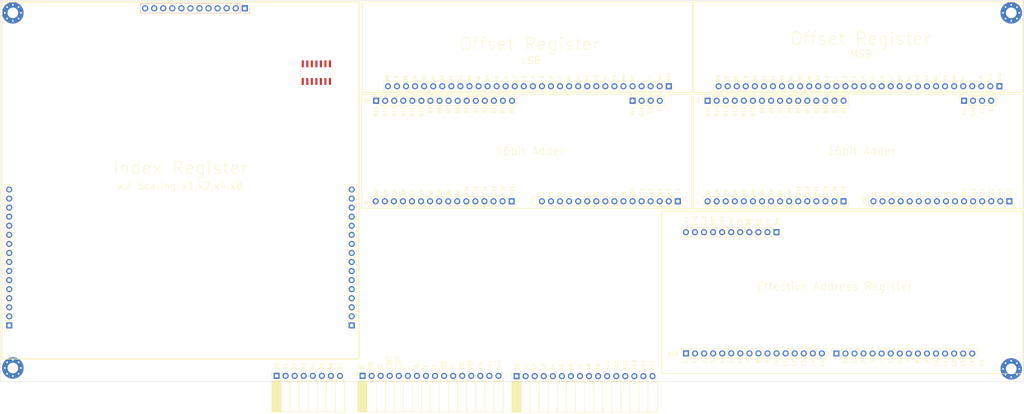
<source format=kicad_pcb>
(kicad_pcb (version 20211014) (generator pcbnew)
  (layers (0 "F.Cu" signal) (31 "B.Cu" signal) (34 "B.Paste" user) (35 "F.Paste" user) (36 "B.SilkS" user "B.Silkscreen") (37 "F.SilkS" user "F.Silkscreen") (38 "B.Mask" user) (39 "F.Mask" user) (44 "Edge.Cuts" user))
  (net 0 "")
  (net 1 "CLOCK")
  (net 2 "GND")
  (net 3 "VCC")
  (net 4 "~{OFFSET_OUT}")
  (net 5 "A0")
  (net 6 "A1")
  (net 7 "A2")
  (net 8 "A3")
  (net 9 "A4")
  (net 10 "A5")
  (net 11 "A6")
  (net 12 "A7")
  (net 13 "A8")
  (net 14 "A9")
  (net 15 "A10")
  (net 16 "A11")
  (net 17 "A12")
  (net 18 "A13")
  (net 19 "A14")
  (net 20 "A15")
  (net 21 "BUS7")
  (net 22 "~{INDEX_INC}")
  (net 23 "~{INDEX_DEC}")
  (net 24 "~{RESET}")
  (net 25 "~{INDEX_LOAD}")
  (net 26 "~{INDEX_C0}")
  (net 27 "~{INDEX_C1}")
  (net 28 "~{INDEX_C2}")
  (net 29 "~{OFFSET_LATCH}")
  (net 30 "~{DISPLACEMENT_LATCH}")
  (net 31 "~{DISPLACEMENT_OUT}")
  (net 32 "~{INDEX_OE}")
  (net 33 "OFFSET_LATCH")
  (net 40 "~{BASE_IN}")
  (net 41 "/ADD15")
  (net 42 "/ADD14")
  (net 43 "/ADD13")
  (net 44 "/ADD12")
  (net 45 "/ADD11")
  (net 46 "/ADD10")
  (net 47 "/ADD9")
  (net 48 "/ADD8")
  (net 49 "/ADD7")
  (net 50 "/ADD6")
  (net 51 "/ADD5")
  (net 52 "/ADD4")
  (net 53 "/ADD3")
  (net 54 "/ADD2")
  (net 55 "/ADD1")
  (net 56 "/ADD0")
  (net 57 "/B15")
  (net 58 "/B14")
  (net 59 "/B13")
  (net 60 "/B12")
  (net 61 "/B11")
  (net 62 "/B10")
  (net 63 "/B9")
  (net 64 "/B8")
  (net 65 "/B7")
  (net 66 "/B6")
  (net 67 "/B5")
  (net 68 "/B4")
  (net 69 "/B3")
  (net 70 "/B2")
  (net 71 "/B1")
  (net 72 "/B0")
  (net 73 "Net-(J10-Pad1)")
  (net 74 "/BUS1")
  (net 75 "/BUS2")
  (net 76 "Net-(J10-Pad4)")
  (net 77 "Net-(J10-Pad5)")
  (net 78 "Net-(J10-Pad6)")
  (net 79 "/BUS6")
  (net 80 "/ADD2_15")
  (net 81 "/ADD2_14")
  (net 82 "/ADD2_13")
  (net 83 "/ADD2_12")
  (net 84 "/ADD2_11")
  (net 85 "/ADD2_10")
  (net 86 "/ADD2_9")
  (net 87 "/ADD2_8")
  (net 88 "/ADD2_7")
  (net 89 "/ADD2_6")
  (net 90 "/ADD2_5")
  (net 91 "/ADD2_4")
  (net 92 "/ADD2_3")
  (net 93 "/ADD2_2")
  (net 94 "/ADD2_1")
  (net 95 "/ADD2_0")
  (net 104 "/C7")
  (net 105 "/C6")
  (net 106 "/C5")
  (net 107 "/C4")
  (net 108 "/C3")
  (net 109 "/C2")
  (net 110 "/C1")
  (net 111 "/C0")
  (net 114 "/C15")
  (net 115 "/C14")
  (net 116 "/C13")
  (net 117 "/C12")
  (net 118 "/C11")
  (net 119 "/C10")
  (net 120 "/C9")
  (net 121 "/C8")
  (net 132 "Net-(J15-Pad3)")
  (footprint "Connector_PinSocket_2.54mm:PinSocket_1x16_P2.54mm_Horizontal" (layer "F.Cu") (at 205.74 164.084 90)
    (fp_text reference "J2" hide)
    (fp_text value "Conn_01x16" hide)
    (pad "1" thru_hole rect locked (at 0 0 90) (size 1.7 1.7) (drill 1) (layers *.Cu *.Mask) (net 5 "A0"))
    (pad "2" thru_hole oval locked (at 0 2.54 90) (size 1.7 1.7) (drill 1) (layers *.Cu *.Mask) (net 6 "A1"))
    (pad "3" thru_hole oval locked (at 0 5.08 90) (size 1.7 1.7) (drill 1) (layers *.Cu *.Mask) (net 7 "A2"))
    (pad "4" thru_hole oval locked (at 0 7.62 90) (size 1.7 1.7) (drill 1) (layers *.Cu *.Mask) (net 8 "A3"))
    (pad "5" thru_hole oval locked (at 0 10.16 90) (size 1.7 1.7) (drill 1) (layers *.Cu *.Mask) (net 9 "A4"))
    (pad "6" thru_hole oval locked (at 0 12.7 90) (size 1.7 1.7) (drill 1) (layers *.Cu *.Mask) (net 10 "A5"))
    (pad "7" thru_hole oval locked (at 0 15.24 90) (size 1.7 1.7) (drill 1) (layers *.Cu *.Mask) (net 11 "A6"))
    (pad "8" thru_hole oval locked (at 0 17.78 90) (size 1.7 1.7) (drill 1) (layers *.Cu *.Mask) (net 12 "A7"))
    (pad "9" thru_hole oval locked (at 0 20.32 90) (size 1.7 1.7) (drill 1) (layers *.Cu *.Mask) (net 13 "A8"))
    (pad "10" thru_hole oval locked (at 0 22.86 90) (size 1.7 1.7) (drill 1) (layers *.Cu *.Mask) (net 14 "A9"))
    (pad "11" thru_hole oval locked (at 0 25.4 90) (size 1.7 1.7) (drill 1) (layers *.Cu *.Mask) (net 15 "A10"))
    (pad "12" thru_hole oval locked (at 0 27.94 90) (size 1.7 1.7) (drill 1) (layers *.Cu *.Mask) (net 16 "A11"))
    (pad "13" thru_hole oval locked (at 0 30.48 90) (size 1.7 1.7) (drill 1) (layers *.Cu *.Mask) (net 17 "A12"))
    (pad "14" thru_hole oval locked (at 0 33.02 90) (size 1.7 1.7) (drill 1) (layers *.Cu *.Mask) (net 18 "A13"))
    (pad "15" thru_hole oval locked (at 0 35.56 90) (size 1.7 1.7) (drill 1) (layers *.Cu *.Mask) (net 19 "A14"))
    (pad "16" thru_hole oval locked (at 0 38.1 90) (size 1.7 1.7) (drill 1) (layers *.Cu *.Mask) (net 20 "A15"))
  )
  (footprint "Connector_PinSocket_2.54mm:PinSocket_1x32_P2.54mm_Vertical" (layer "F.Cu") (at 341.122 82.808 -90)
    (fp_text reference "J14" hide)
    (fp_text value "Conn_01x32" hide)
    (pad "1" thru_hole rect locked (at 0 0 270) (size 1.7 1.7) (drill 1) (layers *.Cu *.Mask) (net 2 "GND"))
    (pad "2" thru_hole oval locked (at 0 2.54 270) (size 1.7 1.7) (drill 1) (layers *.Cu *.Mask) (net 3 "VCC"))
    (pad "3" thru_hole oval locked (at 0 5.08 270) (size 1.7 1.7) (drill 1) (layers *.Cu *.Mask) (net 1 "CLOCK"))
    (pad "4" thru_hole oval locked (at 0 7.62 270) (size 1.7 1.7) (drill 1) (layers *.Cu *.Mask))
    (pad "5" thru_hole oval locked (at 0 10.16 270) (size 1.7 1.7) (drill 1) (layers *.Cu *.Mask) (net 114 "/C15"))
    (pad "6" thru_hole oval locked (at 0 12.7 270) (size 1.7 1.7) (drill 1) (layers *.Cu *.Mask) (net 115 "/C14"))
    (pad "7" thru_hole oval locked (at 0 15.24 270) (size 1.7 1.7) (drill 1) (layers *.Cu *.Mask) (net 116 "/C13"))
    (pad "8" thru_hole oval locked (at 0 17.78 270) (size 1.7 1.7) (drill 1) (layers *.Cu *.Mask) (net 117 "/C12"))
    (pad "9" thru_hole oval locked (at 0 20.32 270) (size 1.7 1.7) (drill 1) (layers *.Cu *.Mask) (net 118 "/C11"))
    (pad "10" thru_hole oval locked (at 0 22.86 270) (size 1.7 1.7) (drill 1) (layers *.Cu *.Mask) (net 119 "/C10"))
    (pad "11" thru_hole oval locked (at 0 25.4 270) (size 1.7 1.7) (drill 1) (layers *.Cu *.Mask) (net 120 "/C9"))
    (pad "12" thru_hole oval locked (at 0 27.94 270) (size 1.7 1.7) (drill 1) (layers *.Cu *.Mask) (net 121 "/C8"))
    (pad "13" thru_hole oval locked (at 0 30.48 270) (size 1.7 1.7) (drill 1) (layers *.Cu *.Mask))
    (pad "14" thru_hole oval locked (at 0 33.02 270) (size 1.7 1.7) (drill 1) (layers *.Cu *.Mask))
    (pad "15" thru_hole oval locked (at 0 35.56 270) (size 1.7 1.7) (drill 1) (layers *.Cu *.Mask))
    (pad "16" thru_hole oval locked (at 0 38.1 270) (size 1.7 1.7) (drill 1) (layers *.Cu *.Mask))
    (pad "17" thru_hole oval locked (at 0 40.64 270) (size 1.7 1.7) (drill 1) (layers *.Cu *.Mask))
    (pad "18" thru_hole oval locked (at 0 43.18 270) (size 1.7 1.7) (drill 1) (layers *.Cu *.Mask))
    (pad "19" thru_hole oval locked (at 0 45.72 270) (size 1.7 1.7) (drill 1) (layers *.Cu *.Mask))
    (pad "20" thru_hole oval locked (at 0 48.26 270) (size 1.7 1.7) (drill 1) (layers *.Cu *.Mask))
    (pad "21" thru_hole oval locked (at 0 50.8 270) (size 1.7 1.7) (drill 1) (layers *.Cu *.Mask) (net 21 "BUS7"))
    (pad "22" thru_hole oval locked (at 0 53.34 270) (size 1.7 1.7) (drill 1) (layers *.Cu *.Mask) (net 21 "BUS7"))
    (pad "23" thru_hole oval locked (at 0 55.88 270) (size 1.7 1.7) (drill 1) (layers *.Cu *.Mask) (net 21 "BUS7"))
    (pad "24" thru_hole oval locked (at 0 58.42 270) (size 1.7 1.7) (drill 1) (layers *.Cu *.Mask) (net 21 "BUS7"))
    (pad "25" thru_hole oval locked (at 0 60.96 270) (size 1.7 1.7) (drill 1) (layers *.Cu *.Mask) (net 21 "BUS7"))
    (pad "26" thru_hole oval locked (at 0 63.5 270) (size 1.7 1.7) (drill 1) (layers *.Cu *.Mask) (net 21 "BUS7"))
    (pad "27" thru_hole oval locked (at 0 66.04 270) (size 1.7 1.7) (drill 1) (layers *.Cu *.Mask) (net 21 "BUS7"))
    (pad "28" thru_hole oval locked (at 0 68.58 270) (size 1.7 1.7) (drill 1) (layers *.Cu *.Mask) (net 21 "BUS7"))
    (pad "29" thru_hole oval locked (at 0 71.12 270) (size 1.7 1.7) (drill 1) (layers *.Cu *.Mask) (net 33 "OFFSET_LATCH"))
    (pad "30" thru_hole oval locked (at 0 73.66 270) (size 1.7 1.7) (drill 1) (layers *.Cu *.Mask))
    (pad "31" thru_hole oval locked (at 0 76.2 270) (size 1.7 1.7) (drill 1) (layers *.Cu *.Mask))
    (pad "32" thru_hole oval locked (at 0 78.74 270) (size 1.7 1.7) (drill 1) (layers *.Cu *.Mask) (net 4 "~{OFFSET_OUT}"))
  )
  (footprint "Connector_PinSocket_2.54mm:PinSocket_1x04_P2.54mm_Vertical" (layer "F.Cu") (at 331.191024 86.867152 90)
    (fp_text reference "J19" hide)
    (fp_text value "Conn_01x06" hide)
    (pad "1" thru_hole rect locked (at 0 0 90) (size 1.7 1.7) (drill 1) (layers *.Cu *.Mask) (net 3 "VCC"))
    (pad "2" thru_hole oval locked (at 0 2.54 90) (size 1.7 1.7) (drill 1) (layers *.Cu *.Mask) (net 2 "GND"))
    (pad "3" thru_hole oval locked (at 0 5.08 90) (size 1.7 1.7) (drill 1) (layers *.Cu *.Mask))
    (pad "4" thru_hole oval locked (at 0 7.62 90) (size 1.7 1.7) (drill 1) (layers *.Cu *.Mask))
  )
  (footprint "Connector_PinSocket_2.54mm:PinSocket_1x16_P2.54mm_Vertical" (layer "F.Cu") (at 63.5 149.86 180)
    (fp_text reference "J1" hide)
    (fp_text value "Conn_01x16" hide)
    (pad "1" thru_hole rect locked (at 0 0 180) (size 1.7 1.7) (drill 1) (layers *.Cu *.Mask) (net 20 "A15"))
    (pad "2" thru_hole oval locked (at 0 2.54 180) (size 1.7 1.7) (drill 1) (layers *.Cu *.Mask) (net 19 "A14"))
    (pad "3" thru_hole oval locked (at 0 5.08 180) (size 1.7 1.7) (drill 1) (layers *.Cu *.Mask) (net 18 "A13"))
    (pad "4" thru_hole oval locked (at 0 7.62 180) (size 1.7 1.7) (drill 1) (layers *.Cu *.Mask) (net 17 "A12"))
    (pad "5" thru_hole oval locked (at 0 10.16 180) (size 1.7 1.7) (drill 1) (layers *.Cu *.Mask) (net 16 "A11"))
    (pad "6" thru_hole oval locked (at 0 12.7 180) (size 1.7 1.7) (drill 1) (layers *.Cu *.Mask) (net 15 "A10"))
    (pad "7" thru_hole oval locked (at 0 15.24 180) (size 1.7 1.7) (drill 1) (layers *.Cu *.Mask) (net 14 "A9"))
    (pad "8" thru_hole oval locked (at 0 17.78 180) (size 1.7 1.7) (drill 1) (layers *.Cu *.Mask) (net 13 "A8"))
    (pad "9" thru_hole oval locked (at 0 20.32 180) (size 1.7 1.7) (drill 1) (layers *.Cu *.Mask) (net 12 "A7"))
    (pad "10" thru_hole oval locked (at 0 22.86 180) (size 1.7 1.7) (drill 1) (layers *.Cu *.Mask) (net 11 "A6"))
    (pad "11" thru_hole oval locked (at 0 25.4 180) (size 1.7 1.7) (drill 1) (layers *.Cu *.Mask) (net 10 "A5"))
    (pad "12" thru_hole oval locked (at 0 27.94 180) (size 1.7 1.7) (drill 1) (layers *.Cu *.Mask) (net 9 "A4"))
    (pad "13" thru_hole oval locked (at 0 30.48 180) (size 1.7 1.7) (drill 1) (layers *.Cu *.Mask) (net 8 "A3"))
    (pad "14" thru_hole oval locked (at 0 33.02 180) (size 1.7 1.7) (drill 1) (layers *.Cu *.Mask) (net 7 "A2"))
    (pad "15" thru_hole oval locked (at 0 35.56 180) (size 1.7 1.7) (drill 1) (layers *.Cu *.Mask) (net 6 "A1"))
    (pad "16" thru_hole oval locked (at 0 38.1 180) (size 1.7 1.7) (drill 1) (layers *.Cu *.Mask) (net 5 "A0"))
  )
  (footprint "Connector_PinSocket_2.54mm:PinSocket_1x16_P2.54mm_Vertical" (layer "F.Cu") (at 343.909024 115.059152 -90)
    (fp_text reference "J11" hide)
    (fp_text value "Conn_01x16" hide)
    (pad "1" thru_hole rect locked (at 0 0 270) (size 1.7 1.7) (drill 1) (layers *.Cu *.Mask) (net 80 "/ADD2_15"))
    (pad "2" thru_hole oval locked (at 0 2.54 270) (size 1.7 1.7) (drill 1) (layers *.Cu *.Mask) (net 81 "/ADD2_14"))
    (pad "3" thru_hole oval locked (at 0 5.08 270) (size 1.7 1.7) (drill 1) (layers *.Cu *.Mask) (net 82 "/ADD2_13"))
    (pad "4" thru_hole oval locked (at 0 7.62 270) (size 1.7 1.7) (drill 1) (layers *.Cu *.Mask) (net 83 "/ADD2_12"))
    (pad "5" thru_hole oval locked (at 0 10.16 270) (size 1.7 1.7) (drill 1) (layers *.Cu *.Mask) (net 84 "/ADD2_11"))
    (pad "6" thru_hole oval locked (at 0 12.7 270) (size 1.7 1.7) (drill 1) (layers *.Cu *.Mask) (net 85 "/ADD2_10"))
    (pad "7" thru_hole oval locked (at 0 15.24 270) (size 1.7 1.7) (drill 1) (layers *.Cu *.Mask) (net 86 "/ADD2_9"))
    (pad "8" thru_hole oval locked (at 0 17.78 270) (size 1.7 1.7) (drill 1) (layers *.Cu *.Mask) (net 87 "/ADD2_8"))
    (pad "9" thru_hole oval locked (at 0 20.32 270) (size 1.7 1.7) (drill 1) (layers *.Cu *.Mask) (net 88 "/ADD2_7"))
    (pad "10" thru_hole oval locked (at 0 22.86 270) (size 1.7 1.7) (drill 1) (layers *.Cu *.Mask) (net 89 "/ADD2_6"))
    (pad "11" thru_hole oval locked (at 0 25.4 270) (size 1.7 1.7) (drill 1) (layers *.Cu *.Mask) (net 90 "/ADD2_5"))
    (pad "12" thru_hole oval locked (at 0 27.94 270) (size 1.7 1.7) (drill 1) (layers *.Cu *.Mask) (net 91 "/ADD2_4"))
    (pad "13" thru_hole oval locked (at 0 30.48 270) (size 1.7 1.7) (drill 1) (layers *.Cu *.Mask) (net 92 "/ADD2_3"))
    (pad "14" thru_hole oval locked (at 0 33.02 270) (size 1.7 1.7) (drill 1) (layers *.Cu *.Mask) (net 93 "/ADD2_2"))
    (pad "15" thru_hole oval locked (at 0 35.56 270) (size 1.7 1.7) (drill 1) (layers *.Cu *.Mask) (net 94 "/ADD2_1"))
    (pad "16" thru_hole oval locked (at 0 38.1 270) (size 1.7 1.7) (drill 1) (layers *.Cu *.Mask) (net 95 "/ADD2_0"))
  )
  (footprint "Connector_PinSocket_2.54mm:PinSocket_1x11_P2.54mm_Vertical" (layer "F.Cu") (at 278.613 123.723 -90)
    (fp_text reference "J17" hide)
    (fp_text value "Conn_01x11" hide)
    (pad "1" thru_hole rect locked (at 0 0 270) (size 1.7 1.7) (drill 1) (layers *.Cu *.Mask))
    (pad "2" thru_hole oval locked (at 0 2.54 270) (size 1.7 1.7) (drill 1) (layers *.Cu *.Mask))
    (pad "3" thru_hole oval locked (at 0 5.08 270) (size 1.7 1.7) (drill 1) (layers *.Cu *.Mask) (net 31 "~{DISPLACEMENT_OUT}"))
    (pad "4" thru_hole oval locked (at 0 7.62 270) (size 1.7 1.7) (drill 1) (layers *.Cu *.Mask))
    (pad "5" thru_hole oval locked (at 0 10.16 270) (size 1.7 1.7) (drill 1) (layers *.Cu *.Mask) (net 30 "~{DISPLACEMENT_LATCH}"))
    (pad "6" thru_hole oval locked (at 0 12.7 270) (size 1.7 1.7) (drill 1) (layers *.Cu *.Mask))
    (pad "7" thru_hole oval locked (at 0 15.24 270) (size 1.7 1.7) (drill 1) (layers *.Cu *.Mask))
    (pad "8" thru_hole oval locked (at 0 17.78 270) (size 1.7 1.7) (drill 1) (layers *.Cu *.Mask) (net 24 "~{RESET}"))
    (pad "9" thru_hole oval locked (at 0 20.32 270) (size 1.7 1.7) (drill 1) (layers *.Cu *.Mask) (net 1 "CLOCK"))
    (pad "10" thru_hole oval locked (at 0 22.86 270) (size 1.7 1.7) (drill 1) (layers *.Cu *.Mask) (net 2 "GND"))
    (pad "11" thru_hole oval locked (at 0 25.4 270) (size 1.7 1.7) (drill 1) (layers *.Cu *.Mask) (net 3 "VCC"))
  )
  (footprint "Connector_PinSocket_2.54mm:PinSocket_1x16_P2.54mm_Vertical" (layer "F.Cu") (at 259.309024 86.867152 90)
    (fp_text reference "J6" hide)
    (fp_text value "Conn_01x16" hide)
    (pad "1" thru_hole rect locked (at 0 0 90) (size 1.7 1.7) (drill 1) (layers *.Cu *.Mask) (net 41 "/ADD15"))
    (pad "2" thru_hole oval locked (at 0 2.54 90) (size 1.7 1.7) (drill 1) (layers *.Cu *.Mask) (net 42 "/ADD14"))
    (pad "3" thru_hole oval locked (at 0 5.08 90) (size 1.7 1.7) (drill 1) (layers *.Cu *.Mask) (net 43 "/ADD13"))
    (pad "4" thru_hole oval locked (at 0 7.62 90) (size 1.7 1.7) (drill 1) (layers *.Cu *.Mask) (net 44 "/ADD12"))
    (pad "5" thru_hole oval locked (at 0 10.16 90) (size 1.7 1.7) (drill 1) (layers *.Cu *.Mask) (net 45 "/ADD11"))
    (pad "6" thru_hole oval locked (at 0 12.7 90) (size 1.7 1.7) (drill 1) (layers *.Cu *.Mask) (net 46 "/ADD10"))
    (pad "7" thru_hole oval locked (at 0 15.24 90) (size 1.7 1.7) (drill 1) (layers *.Cu *.Mask) (net 47 "/ADD9"))
    (pad "8" thru_hole oval locked (at 0 17.78 90) (size 1.7 1.7) (drill 1) (layers *.Cu *.Mask) (net 48 "/ADD8"))
    (pad "9" thru_hole oval locked (at 0 20.32 90) (size 1.7 1.7) (drill 1) (layers *.Cu *.Mask) (net 49 "/ADD7"))
    (pad "10" thru_hole oval locked (at 0 22.86 90) (size 1.7 1.7) (drill 1) (layers *.Cu *.Mask) (net 50 "/ADD6"))
    (pad "11" thru_hole oval locked (at 0 25.4 90) (size 1.7 1.7) (drill 1) (layers *.Cu *.Mask) (net 51 "/ADD5"))
    (pad "12" thru_hole oval locked (at 0 27.94 90) (size 1.7 1.7) (drill 1) (layers *.Cu *.Mask) (net 52 "/ADD4"))
    (pad "13" thru_hole oval locked (at 0 30.48 90) (size 1.7 1.7) (drill 1) (layers *.Cu *.Mask) (net 53 "/ADD3"))
    (pad "14" thru_hole oval locked (at 0 33.02 90) (size 1.7 1.7) (drill 1) (layers *.Cu *.Mask) (net 54 "/ADD2"))
    (pad "15" thru_hole oval locked (at 0 35.56 90) (size 1.7 1.7) (drill 1) (layers *.Cu *.Mask) (net 55 "/ADD1"))
    (pad "16" thru_hole oval locked (at 0 38.1 90) (size 1.7 1.7) (drill 1) (layers *.Cu *.Mask) (net 56 "/ADD0"))
  )
  (footprint "Connector_PinSocket_2.54mm:PinSocket_1x04_P2.54mm_Vertical" (layer "F.Cu") (at 238.266804 86.868 90)
    (fp_text reference "J18" hide)
    (fp_text value "Conn_01x06" hide)
    (pad "1" thru_hole rect locked (at 0 0 90) (size 1.7 1.7) (drill 1) (layers *.Cu *.Mask) (net 3 "VCC"))
    (pad "2" thru_hole oval locked (at 0 2.54 90) (size 1.7 1.7) (drill 1) (layers *.Cu *.Mask) (net 2 "GND"))
    (pad "3" thru_hole oval locked (at 0 5.08 90) (size 1.7 1.7) (drill 1) (layers *.Cu *.Mask))
    (pad "4" thru_hole oval locked (at 0 7.62 90) (size 1.7 1.7) (drill 1) (layers *.Cu *.Mask))
  )
  (footprint "Connector_PinSocket_2.54mm:PinSocket_1x16_P2.54mm_Vertical" (layer "F.Cu") (at 204.352 115.062 -90)
    (fp_text reference "J9" hide)
    (fp_text value "Conn_01x16" hide)
    (pad "1" thru_hole rect locked (at 0 0 270) (size 1.7 1.7) (drill 1) (layers *.Cu *.Mask) (net 57 "/B15"))
    (pad "2" thru_hole oval locked (at 0 2.54 270) (size 1.7 1.7) (drill 1) (layers *.Cu *.Mask) (net 58 "/B14"))
    (pad "3" thru_hole oval locked (at 0 5.08 270) (size 1.7 1.7) (drill 1) (layers *.Cu *.Mask) (net 59 "/B13"))
    (pad "4" thru_hole oval locked (at 0 7.62 270) (size 1.7 1.7) (drill 1) (layers *.Cu *.Mask) (net 60 "/B12"))
    (pad "5" thru_hole oval locked (at 0 10.16 270) (size 1.7 1.7) (drill 1) (layers *.Cu *.Mask) (net 61 "/B11"))
    (pad "6" thru_hole oval locked (at 0 12.7 270) (size 1.7 1.7) (drill 1) (layers *.Cu *.Mask) (net 62 "/B10"))
    (pad "7" thru_hole oval locked (at 0 15.24 270) (size 1.7 1.7) (drill 1) (layers *.Cu *.Mask) (net 63 "/B9"))
    (pad "8" thru_hole oval locked (at 0 17.78 270) (size 1.7 1.7) (drill 1) (layers *.Cu *.Mask) (net 64 "/B8"))
    (pad "9" thru_hole oval locked (at 0 20.32 270) (size 1.7 1.7) (drill 1) (layers *.Cu *.Mask) (net 65 "/B7"))
    (pad "10" thru_hole oval locked (at 0 22.86 270) (size 1.7 1.7) (drill 1) (layers *.Cu *.Mask) (net 66 "/B6"))
    (pad "11" thru_hole oval locked (at 0 25.4 270) (size 1.7 1.7) (drill 1) (layers *.Cu *.Mask) (net 67 "/B5"))
    (pad "12" thru_hole oval locked (at 0 27.94 270) (size 1.7 1.7) (drill 1) (layers *.Cu *.Mask) (net 68 "/B4"))
    (pad "13" thru_hole oval locked (at 0 30.48 270) (size 1.7 1.7) (drill 1) (layers *.Cu *.Mask) (net 69 "/B3"))
    (pad "14" thru_hole oval locked (at 0 33.02 270) (size 1.7 1.7) (drill 1) (layers *.Cu *.Mask) (net 70 "/B2"))
    (pad "15" thru_hole oval locked (at 0 35.56 270) (size 1.7 1.7) (drill 1) (layers *.Cu *.Mask) (net 71 "/B1"))
    (pad "16" thru_hole oval locked (at 0 38.1 270) (size 1.7 1.7) (drill 1) (layers *.Cu *.Mask) (net 72 "/B0"))
  )
  (footprint "Connector_PinSocket_2.54mm:PinSocket_1x16_P2.54mm_Vertical" (layer "F.Cu") (at 159.512 149.86 180)
    (fp_text reference "J7" hide)
    (fp_text value "Conn_01x16" hide)
    (pad "1" thru_hole rect locked (at 0 0 180) (size 1.7 1.7) (drill 1) (layers *.Cu *.Mask) (net 57 "/B15"))
    (pad "2" thru_hole oval locked (at 0 2.54 180) (size 1.7 1.7) (drill 1) (layers *.Cu *.Mask) (net 58 "/B14"))
    (pad "3" thru_hole oval locked (at 0 5.08 180) (size 1.7 1.7) (drill 1) (layers *.Cu *.Mask) (net 59 "/B13"))
    (pad "4" thru_hole oval locked (at 0 7.62 180) (size 1.7 1.7) (drill 1) (layers *.Cu *.Mask) (net 60 "/B12"))
    (pad "5" thru_hole oval locked (at 0 10.16 180) (size 1.7 1.7) (drill 1) (layers *.Cu *.Mask) (net 61 "/B11"))
    (pad "6" thru_hole oval locked (at 0 12.7 180) (size 1.7 1.7) (drill 1) (layers *.Cu *.Mask) (net 62 "/B10"))
    (pad "7" thru_hole oval locked (at 0 15.24 180) (size 1.7 1.7) (drill 1) (layers *.Cu *.Mask) (net 63 "/B9"))
    (pad "8" thru_hole oval locked (at 0 17.78 180) (size 1.7 1.7) (drill 1) (layers *.Cu *.Mask) (net 64 "/B8"))
    (pad "9" thru_hole oval locked (at 0 20.32 180) (size 1.7 1.7) (drill 1) (layers *.Cu *.Mask) (net 65 "/B7"))
    (pad "10" thru_hole oval locked (at 0 22.86 180) (size 1.7 1.7) (drill 1) (layers *.Cu *.Mask) (net 66 "/B6"))
    (pad "11" thru_hole oval locked (at 0 25.4 180) (size 1.7 1.7) (drill 1) (layers *.Cu *.Mask) (net 67 "/B5"))
    (pad "12" thru_hole oval locked (at 0 27.94 180) (size 1.7 1.7) (drill 1) (layers *.Cu *.Mask) (net 68 "/B4"))
    (pad "13" thru_hole oval locked (at 0 30.48 180) (size 1.7 1.7) (drill 1) (layers *.Cu *.Mask) (net 69 "/B3"))
    (pad "14" thru_hole oval locked (at 0 33.02 180) (size 1.7 1.7) (drill 1) (layers *.Cu *.Mask) (net 70 "/B2"))
    (pad "15" thru_hole oval locked (at 0 35.56 180) (size 1.7 1.7) (drill 1) (layers *.Cu *.Mask) (net 71 "/B1"))
    (pad "16" thru_hole oval locked (at 0 38.1 180) (size 1.7 1.7) (drill 1) (layers *.Cu *.Mask) (net 72 "/B0"))
  )
  (footprint "Connector_PinSocket_2.54mm:PinSocket_1x16_P2.54mm_Vertical" (layer "F.Cu") (at 295.402 157.734 90)
    (fp_text reference "J8" hide)
    (fp_text value "Conn_01x16" hide)
    (pad "1" thru_hole rect locked (at 0 0 90) (size 1.7 1.7) (drill 1) (layers *.Cu *.Mask) (net 5 "A0"))
    (pad "2" thru_hole oval locked (at 0 2.54 90) (size 1.7 1.7) (drill 1) (layers *.Cu *.Mask) (net 6 "A1"))
    (pad "3" thru_hole oval locked (at 0 5.08 90) (size 1.7 1.7) (drill 1) (layers *.Cu *.Mask) (net 7 "A2"))
    (pad "4" thru_hole oval locked (at 0 7.62 90) (size 1.7 1.7) (drill 1) (layers *.Cu *.Mask) (net 8 "A3"))
    (pad "5" thru_hole oval locked (at 0 10.16 90) (size 1.7 1.7) (drill 1) (layers *.Cu *.Mask) (net 9 "A4"))
    (pad "6" thru_hole oval locked (at 0 12.7 90) (size 1.7 1.7) (drill 1) (layers *.Cu *.Mask) (net 10 "A5"))
    (pad "7" thru_hole oval locked (at 0 15.24 90) (size 1.7 1.7) (drill 1) (layers *.Cu *.Mask) (net 11 "A6"))
    (pad "8" thru_hole oval locked (at 0 17.78 90) (size 1.7 1.7) (drill 1) (layers *.Cu *.Mask) (net 12 "A7"))
    (pad "9" thru_hole oval locked (at 0 20.32 90) (size 1.7 1.7) (drill 1) (layers *.Cu *.Mask) (net 13 "A8"))
    (pad "10" thru_hole oval locked (at 0 22.86 90) (size 1.7 1.7) (drill 1) (layers *.Cu *.Mask) (net 14 "A9"))
    (pad "11" thru_hole oval locked (at 0 25.4 90) (size 1.7 1.7) (drill 1) (layers *.Cu *.Mask) (net 15 "A10"))
    (pad "12" thru_hole oval locked (at 0 27.94 90) (size 1.7 1.7) (drill 1) (layers *.Cu *.Mask) (net 16 "A11"))
    (pad "13" thru_hole oval locked (at 0 30.48 90) (size 1.7 1.7) (drill 1) (layers *.Cu *.Mask) (net 17 "A12"))
    (pad "14" thru_hole oval locked (at 0 33.02 90) (size 1.7 1.7) (drill 1) (layers *.Cu *.Mask) (net 18 "A13"))
    (pad "15" thru_hole oval locked (at 0 35.56 90) (size 1.7 1.7) (drill 1) (layers *.Cu *.Mask) (net 19 "A14"))
    (pad "16" thru_hole oval locked (at 0 38.1 90) (size 1.7 1.7) (drill 1) (layers *.Cu *.Mask) (net 20 "A15"))
  )
  (footprint "Package_SO:SOIC-14_3.9x8.7mm_P1.27mm" (layer "F.Cu") (at 149.606 78.994 90)
    (fp_text reference "U1" hide)
    (fp_text value "74LS04" hide)
    (pad "1" smd roundrect locked (at -2.475 -3.81 90) (size 1.95 0.6) (layers "F.Cu" "F.Paste" "F.Mask") (net 29 "~{OFFSET_LATCH}"))
    (pad "2" smd roundrect locked (at -2.475 -2.54 90) (size 1.95 0.6) (layers "F.Cu" "F.Paste" "F.Mask") (net 33 "OFFSET_LATCH"))
    (pad "3" smd roundrect locked (at -2.475 -1.27 90) (size 1.95 0.6) (layers "F.Cu" "F.Paste" "F.Mask") (net 24 "~{RESET}"))
    (pad "4" smd roundrect locked (at -2.475 0 90) (size 1.95 0.6) (layers "F.Cu" "F.Paste" "F.Mask") (net 132 "Net-(J15-Pad3)"))
    (pad "5" smd roundrect locked (at -2.475 1.27 90) (size 1.95 0.6) (layers "F.Cu" "F.Paste" "F.Mask") (net 2 "GND"))
    (pad "6" smd roundrect locked (at -2.475 2.54 90) (size 1.95 0.6) (layers "F.Cu" "F.Paste" "F.Mask"))
    (pad "7" smd roundrect locked (at -2.475 3.81 90) (size 1.95 0.6) (layers "F.Cu" "F.Paste" "F.Mask") (net 2 "GND"))
    (pad "8" smd roundrect locked (at 2.475 3.81 90) (size 1.95 0.6) (layers "F.Cu" "F.Paste" "F.Mask"))
    (pad "9" smd roundrect locked (at 2.475 2.54 90) (size 1.95 0.6) (layers "F.Cu" "F.Paste" "F.Mask") (net 2 "GND"))
    (pad "10" smd roundrect locked (at 2.475 1.27 90) (size 1.95 0.6) (layers "F.Cu" "F.Paste" "F.Mask"))
    (pad "11" smd roundrect locked (at 2.475 0 90) (size 1.95 0.6) (layers "F.Cu" "F.Paste" "F.Mask") (net 2 "GND"))
    (pad "12" smd roundrect locked (at 2.475 -1.27 90) (size 1.95 0.6) (layers "F.Cu" "F.Paste" "F.Mask"))
    (pad "13" smd roundrect locked (at 2.475 -2.54 90) (size 1.95 0.6) (layers "F.Cu" "F.Paste" "F.Mask") (net 2 "GND"))
    (pad "14" smd roundrect locked (at 2.475 -3.81 90) (size 1.95 0.6) (layers "F.Cu" "F.Paste" "F.Mask") (net 3 "VCC"))
  )
  (footprint "MountingHole:MountingHole_3mm_Pad_Via" (layer "F.Cu") (at 64.516 161.798)
    (fp_text reference "REF**" hide)
    (fp_text value "MountingHole_3mm_Pad_Via" hide)
    (pad "1" thru_hole circle locked (at -1.59099 -1.59099) (size 0.8 0.8) (drill 0.5) (layers *.Cu *.Mask))
    (pad "1" thru_hole circle locked (at 0 -2.25) (size 0.8 0.8) (drill 0.5) (layers *.Cu *.Mask))
    (pad "1" thru_hole circle locked (at 2.25 0) (size 0.8 0.8) (drill 0.5) (layers *.Cu *.Mask))
    (pad "1" thru_hole circle locked (at 1.59099 -1.59099) (size 0.8 0.8) (drill 0.5) (layers *.Cu *.Mask))
    (pad "1" thru_hole circle locked (at 0 0) (size 6 6) (drill 3) (layers *.Cu *.Mask))
    (pad "1" thru_hole circle locked (at -1.59099 1.59099) (size 0.8 0.8) (drill 0.5) (layers *.Cu *.Mask))
    (pad "1" thru_hole circle locked (at -2.25 0) (size 0.8 0.8) (drill 0.5) (layers *.Cu *.Mask))
    (pad "1" thru_hole circle locked (at 0 2.25) (size 0.8 0.8) (drill 0.5) (layers *.Cu *.Mask))
    (pad "1" thru_hole circle locked (at 1.59099 1.59099) (size 0.8 0.8) (drill 0.5) (layers *.Cu *.Mask))
  )
  (footprint "Connector_PinSocket_2.54mm:PinSocket_1x16_P2.54mm_Vertical" (layer "F.Cu") (at 253.238 157.709 90)
    (fp_text reference "J12" hide)
    (fp_text value "Conn_01x16" hide)
    (pad "1" thru_hole rect locked (at 0 0 90) (size 1.7 1.7) (drill 1) (layers *.Cu *.Mask) (net 95 "/ADD2_0"))
    (pad "2" thru_hole oval locked (at 0 2.54 90) (size 1.7 1.7) (drill 1) (layers *.Cu *.Mask) (net 94 "/ADD2_1"))
    (pad "3" thru_hole oval locked (at 0 5.08 90) (size 1.7 1.7) (drill 1) (layers *.Cu *.Mask) (net 93 "/ADD2_2"))
    (pad "4" thru_hole oval locked (at 0 7.62 90) (size 1.7 1.7) (drill 1) (layers *.Cu *.Mask) (net 92 "/ADD2_3"))
    (pad "5" thru_hole oval locked (at 0 10.16 90) (size 1.7 1.7) (drill 1) (layers *.Cu *.Mask) (net 91 "/ADD2_4"))
    (pad "6" thru_hole oval locked (at 0 12.7 90) (size 1.7 1.7) (drill 1) (layers *.Cu *.Mask) (net 90 "/ADD2_5"))
    (pad "7" thru_hole oval locked (at 0 15.24 90) (size 1.7 1.7) (drill 1) (layers *.Cu *.Mask) (net 89 "/ADD2_6"))
    (pad "8" thru_hole oval locked (at 0 17.78 90) (size 1.7 1.7) (drill 1) (layers *.Cu *.Mask) (net 88 "/ADD2_7"))
    (pad "9" thru_hole oval locked (at 0 20.32 90) (size 1.7 1.7) (drill 1) (layers *.Cu *.Mask) (net 87 "/ADD2_8"))
    (pad "10" thru_hole oval locked (at 0 22.86 90) (size 1.7 1.7) (drill 1) (layers *.Cu *.Mask) (net 86 "/ADD2_9"))
    (pad "11" thru_hole oval locked (at 0 25.4 90) (size 1.7 1.7) (drill 1) (layers *.Cu *.Mask) (net 85 "/ADD2_10"))
    (pad "12" thru_hole oval locked (at 0 27.94 90) (size 1.7 1.7) (drill 1) (layers *.Cu *.Mask) (net 84 "/ADD2_11"))
    (pad "13" thru_hole oval locked (at 0 30.48 90) (size 1.7 1.7) (drill 1) (layers *.Cu *.Mask) (net 83 "/ADD2_12"))
    (pad "14" thru_hole oval locked (at 0 33.02 90) (size 1.7 1.7) (drill 1) (layers *.Cu *.Mask) (net 82 "/ADD2_13"))
    (pad "15" thru_hole oval locked (at 0 35.56 90) (size 1.7 1.7) (drill 1) (layers *.Cu *.Mask) (net 81 "/ADD2_14"))
    (pad "16" thru_hole oval locked (at 0 38.1 90) (size 1.7 1.7) (drill 1) (layers *.Cu *.Mask) (net 80 "/ADD2_15"))
  )
  (footprint "Connector_PinSocket_2.54mm:PinSocket_1x16_P2.54mm_Vertical" (layer "F.Cu") (at 166.362 86.871578 90)
    (fp_text reference "J4" hide)
    (fp_text value "Conn_01x16" hide)
    (pad "1" thru_hole rect locked (at 0 0 90) (size 1.7 1.7) (drill 1) (layers *.Cu *.Mask) (net 20 "A15"))
    (pad "2" thru_hole oval locked (at 0 2.54 90) (size 1.7 1.7) (drill 1) (layers *.Cu *.Mask) (net 19 "A14"))
    (pad "3" thru_hole oval locked (at 0 5.08 90) (size 1.7 1.7) (drill 1) (layers *.Cu *.Mask) (net 18 "A13"))
    (pad "4" thru_hole oval locked (at 0 7.62 90) (size 1.7 1.7) (drill 1) (layers *.Cu *.Mask) (net 17 "A12"))
    (pad "5" thru_hole oval locked (at 0 10.16 90) (size 1.7 1.7) (drill 1) (layers *.Cu *.Mask) (net 16 "A11"))
    (pad "6" thru_hole oval locked (at 0 12.7 90) (size 1.7 1.7) (drill 1) (layers *.Cu *.Mask) (net 15 "A10"))
    (pad "7" thru_hole oval locked (at 0 15.24 90) (size 1.7 1.7) (drill 1) (layers *.Cu *.Mask) (net 14 "A9"))
    (pad "8" thru_hole oval locked (at 0 17.78 90) (size 1.7 1.7) (drill 1) (layers *.Cu *.Mask) (net 13 "A8"))
    (pad "9" thru_hole oval locked (at 0 20.32 90) (size 1.7 1.7) (drill 1) (layers *.Cu *.Mask) (net 12 "A7"))
    (pad "10" thru_hole oval locked (at 0 22.86 90) (size 1.7 1.7) (drill 1) (layers *.Cu *.Mask) (net 11 "A6"))
    (pad "11" thru_hole oval locked (at 0 25.4 90) (size 1.7 1.7) (drill 1) (layers *.Cu *.Mask) (net 10 "A5"))
    (pad "12" thru_hole oval locked (at 0 27.94 90) (size 1.7 1.7) (drill 1) (layers *.Cu *.Mask) (net 9 "A4"))
    (pad "13" thru_hole oval locked (at 0 30.48 90) (size 1.7 1.7) (drill 1) (layers *.Cu *.Mask) (net 8 "A3"))
    (pad "14" thru_hole oval locked (at 0 33.02 90) (size 1.7 1.7) (drill 1) (layers *.Cu *.Mask) (net 7 "A2"))
    (pad "15" thru_hole oval locked (at 0 35.56 90) (size 1.7 1.7) (drill 1) (layers *.Cu *.Mask) (net 6 "A1"))
    (pad "16" thru_hole oval locked (at 0 38.1 90) (size 1.7 1.7) (drill 1) (layers *.Cu *.Mask) (net 5 "A0"))
  )
  (footprint "Connector_PinSocket_2.54mm:PinSocket_1x16_P2.54mm_Vertical" (layer "F.Cu") (at 250.952 115.062 -90)
    (fp_text reference "J5" hide)
    (fp_text value "Conn_01x16" hide)
    (pad "1" thru_hole rect locked (at 0 0 270) (size 1.7 1.7) (drill 1) (layers *.Cu *.Mask) (net 41 "/ADD15"))
    (pad "2" thru_hole oval locked (at 0 2.54 270) (size 1.7 1.7) (drill 1) (layers *.Cu *.Mask) (net 42 "/ADD14"))
    (pad "3" thru_hole oval locked (at 0 5.08 270) (size 1.7 1.7) (drill 1) (layers *.Cu *.Mask) (net 43 "/ADD13"))
    (pad "4" thru_hole oval locked (at 0 7.62 270) (size 1.7 1.7) (drill 1) (layers *.Cu *.Mask) (net 44 "/ADD12"))
    (pad "5" thru_hole oval locked (at 0 10.16 270) (size 1.7 1.7) (drill 1) (layers *.Cu *.Mask) (net 45 "/ADD11"))
    (pad "6" thru_hole oval locked (at 0 12.7 270) (size 1.7 1.7) (drill 1) (layers *.Cu *.Mask) (net 46 "/ADD10"))
    (pad "7" thru_hole oval locked (at 0 15.24 270) (size 1.7 1.7) (drill 1) (layers *.Cu *.Mask) (net 47 "/ADD9"))
    (pad "8" thru_hole oval locked (at 0 17.78 270) (size 1.7 1.7) (drill 1) (layers *.Cu *.Mask) (net 48 "/ADD8"))
    (pad "9" thru_hole oval locked (at 0 20.32 270) (size 1.7 1.7) (drill 1) (layers *.Cu *.Mask) (net 49 "/ADD7"))
    (pad "10" thru_hole oval locked (at 0 22.86 270) (size 1.7 1.7) (drill 1) (layers *.Cu *.Mask) (net 50 "/ADD6"))
    (pad "11" thru_hole oval locked (at 0 25.4 270) (size 1.7 1.7) (drill 1) (layers *.Cu *.Mask) (net 51 "/ADD5"))
    (pad "12" thru_hole oval locked (at 0 27.94 270) (size 1.7 1.7) (drill 1) (layers *.Cu *.Mask) (net 52 "/ADD4"))
    (pad "13" thru_hole oval locked (at 0 30.48 270) (size 1.7 1.7) (drill 1) (layers *.Cu *.Mask) (net 53 "/ADD3"))
    (pad "14" thru_hole oval locked (at 0 33.02 270) (size 1.7 1.7) (drill 1) (layers *.Cu *.Mask) (net 54 "/ADD2"))
    (pad "15" thru_hole oval locked (at 0 35.56 270) (size 1.7 1.7) (drill 1) (layers *.Cu *.Mask) (net 55 "/ADD1"))
    (pad "16" thru_hole oval locked (at 0 38.1 270) (size 1.7 1.7) (drill 1) (layers *.Cu *.Mask) (net 56 "/ADD0"))
  )
  (footprint "MountingHole:MountingHole_3mm_Pad_Via" (layer "F.Cu") (at 344.424 62.23)
    (fp_text reference "REF**" hide)
    (fp_text value "MountingHole_3mm_Pad_Via" hide)
    (pad "1" thru_hole circle locked (at -1.59099 -1.59099) (size 0.8 0.8) (drill 0.5) (layers *.Cu *.Mask))
    (pad "1" thru_hole circle locked (at 0 -2.25) (size 0.8 0.8) (drill 0.5) (layers *.Cu *.Mask))
    (pad "1" thru_hole circle locked (at 2.25 0) (size 0.8 0.8) (drill 0.5) (layers *.Cu *.Mask))
    (pad "1" thru_hole circle locked (at 1.59099 -1.59099) (size 0.8 0.8) (drill 0.5) (layers *.Cu *.Mask))
    (pad "1" thru_hole circle locked (at 0 0) (size 6 6) (drill 3) (layers *.Cu *.Mask))
    (pad "1" thru_hole circle locked (at -1.59099 1.59099) (size 0.8 0.8) (drill 0.5) (layers *.Cu *.Mask))
    (pad "1" thru_hole circle locked (at -2.25 0) (size 0.8 0.8) (drill 0.5) (layers *.Cu *.Mask))
    (pad "1" thru_hole circle locked (at 0 2.25) (size 0.8 0.8) (drill 0.5) (layers *.Cu *.Mask))
    (pad "1" thru_hole circle locked (at 1.59099 1.59099) (size 0.8 0.8) (drill 0.5) (layers *.Cu *.Mask))
  )
  (footprint "Connector_PinSocket_2.54mm:PinSocket_1x32_P2.54mm_Vertical" (layer "F.Cu") (at 248.412 82.809 -90)
    (fp_text reference "J13" hide)
    (fp_text value "Conn_01x32" hide)
    (pad "1" thru_hole rect locked (at 0 0 270) (size 1.7 1.7) (drill 1) (layers *.Cu *.Mask) (net 2 "GND"))
    (pad "2" thru_hole oval locked (at 0 2.54 270) (size 1.7 1.7) (drill 1) (layers *.Cu *.Mask) (net 3 "VCC"))
    (pad "3" thru_hole oval locked (at 0 5.08 270) (size 1.7 1.7) (drill 1) (layers *.Cu *.Mask) (net 1 "CLOCK"))
    (pad "4" thru_hole oval locked (at 0 7.62 270) (size 1.7 1.7) (drill 1) (layers *.Cu *.Mask))
    (pad "5" thru_hole oval locked (at 0 10.16 270) (size 1.7 1.7) (drill 1) (layers *.Cu *.Mask))
    (pad "6" thru_hole oval locked (at 0 12.7 270) (size 1.7 1.7) (drill 1) (layers *.Cu *.Mask))
    (pad "7" thru_hole oval locked (at 0 15.24 270) (size 1.7 1.7) (drill 1) (layers *.Cu *.Mask))
    (pad "8" thru_hole oval locked (at 0 17.78 270) (size 1.7 1.7) (drill 1) (layers *.Cu *.Mask))
    (pad "9" thru_hole oval locked (at 0 20.32 270) (size 1.7 1.7) (drill 1) (layers *.Cu *.Mask))
    (pad "10" thru_hole oval locked (at 0 22.86 270) (size 1.7 1.7) (drill 1) (layers *.Cu *.Mask))
    (pad "11" thru_hole oval locked (at 0 25.4 270) (size 1.7 1.7) (drill 1) (layers *.Cu *.Mask))
    (pad "12" thru_hole oval locked (at 0 27.94 270) (size 1.7 1.7) (drill 1) (layers *.Cu *.Mask))
    (pad "13" thru_hole oval locked (at 0 30.48 270) (size 1.7 1.7) (drill 1) (layers *.Cu *.Mask) (net 104 "/C7"))
    (pad "14" thru_hole oval locked (at 0 33.02 270) (size 1.7 1.7) (drill 1) (layers *.Cu *.Mask) (net 105 "/C6"))
    (pad "15" thru_hole oval locked (at 0 35.56 270) (size 1.7 1.7) (drill 1) (layers *.Cu *.Mask) (net 106 "/C5"))
    (pad "16" thru_hole oval locked (at 0 38.1 270) (size 1.7 1.7) (drill 1) (layers *.Cu *.Mask) (net 107 "/C4"))
    (pad "17" thru_hole oval locked (at 0 40.64 270) (size 1.7 1.7) (drill 1) (layers *.Cu *.Mask) (net 108 "/C3"))
    (pad "18" thru_hole oval locked (at 0 43.18 270) (size 1.7 1.7) (drill 1) (layers *.Cu *.Mask) (net 109 "/C2"))
    (pad "19" thru_hole oval locked (at 0 45.72 270) (size 1.7 1.7) (drill 1) (layers *.Cu *.Mask) (net 110 "/C1"))
    (pad "20" thru_hole oval locked (at 0 48.26 270) (size 1.7 1.7) (drill 1) (layers *.Cu *.Mask) (net 111 "/C0"))
    (pad "21" thru_hole oval locked (at 0 50.8 270) (size 1.7 1.7) (drill 1) (layers *.Cu *.Mask) (net 21 "BUS7"))
    (pad "22" thru_hole oval locked (at 0 53.34 270) (size 1.7 1.7) (drill 1) (layers *.Cu *.Mask) (net 79 "/BUS6"))
    (pad "23" thru_hole oval locked (at 0 55.88 270) (size 1.7 1.7) (drill 1) (layers *.Cu *.Mask) (net 78 "Net-(J10-Pad6)"))
    (pad "24" thru_hole oval locked (at 0 58.42 270) (size 1.7 1.7) (drill 1) (layers *.Cu *.Mask) (net 77 "Net-(J10-Pad5)"))
    (pad "25" thru_hole oval locked (at 0 60.96 270) (size 1.7 1.7) (drill 1) (layers *.Cu *.Mask) (net 76 "Net-(J10-Pad4)"))
    (pad "26" thru_hole oval locked (at 0 63.5 270) (size 1.7 1.7) (drill 1) (layers *.Cu *.Mask) (net 75 "/BUS2"))
    (pad "27" thru_hole oval locked (at 0 66.04 270) (size 1.7 1.7) (drill 1) (layers *.Cu *.Mask) (net 74 "/BUS1"))
    (pad "28" thru_hole oval locked (at 0 68.58 270) (size 1.7 1.7) (drill 1) (layers *.Cu *.Mask) (net 73 "Net-(J10-Pad1)"))
    (pad "29" thru_hole oval locked (at 0 71.12 270) (size 1.7 1.7) (drill 1) (layers *.Cu *.Mask) (net 33 "OFFSET_LATCH"))
    (pad "30" thru_hole oval locked (at 0 73.66 270) (size 1.7 1.7) (drill 1) (layers *.Cu *.Mask))
    (pad "31" thru_hole oval locked (at 0 76.2 270) (size 1.7 1.7) (drill 1) (layers *.Cu *.Mask) (net 4 "~{OFFSET_OUT}"))
    (pad "32" thru_hole oval locked (at 0 78.74 270) (size 1.7 1.7) (drill 1) (layers *.Cu *.Mask))
  )
  (footprint "Connector_PinSocket_2.54mm:PinSocket_1x12_P2.54mm_Vertical" (layer "F.Cu") (at 129.545 60.96 -90)
    (fp_text reference "J15" hide)
    (fp_text value "Conn_01x12" hide)
    (pad "1" thru_hole rect locked (at 0 0 270) (size 1.7 1.7) (drill 1) (layers *.Cu *.Mask) (net 3 "VCC"))
    (pad "2" thru_hole oval locked (at 0 2.54 270) (size 1.7 1.7) (drill 1) (layers *.Cu *.Mask) (net 2 "GND"))
    (pad "3" thru_hole oval locked (at 0 5.08 270) (size 1.7 1.7) (drill 1) (layers *.Cu *.Mask) (net 132 "Net-(J15-Pad3)"))
    (pad "4" thru_hole oval locked (at 0 7.62 270) (size 1.7 1.7) (drill 1) (layers *.Cu *.Mask) (net 23 "~{INDEX_DEC}"))
    (pad "5" thru_hole oval locked (at 0 10.16 270) (size 1.7 1.7) (drill 1) (layers *.Cu *.Mask) (net 22 "~{INDEX_INC}"))
    (pad "6" thru_hole oval locked (at 0 12.7 270) (size 1.7 1.7) (drill 1) (layers *.Cu *.Mask) (net 25 "~{INDEX_LOAD}"))
    (pad "7" thru_hole oval locked (at 0 15.24 270) (size 1.7 1.7) (drill 1) (layers *.Cu *.Mask) (net 26 "~{INDEX_C0}"))
    (pad "8" thru_hole oval locked (at 0 17.78 270) (size 1.7 1.7) (drill 1) (layers *.Cu *.Mask) (net 27 "~{INDEX_C1}"))
    (pad "9" thru_hole oval locked (at 0 20.32 270) (size 1.7 1.7) (drill 1) (layers *.Cu *.Mask) (net 28 "~{INDEX_C2}"))
    (pad "10" thru_hole oval locked (at 0 22.86 270) (size 1.7 1.7) (drill 1) (layers *.Cu *.Mask) (net 32 "~{INDEX_OE}"))
    (pad "11" thru_hole oval locked (at 0 25.4 270) (size 1.7 1.7) (drill 1) (layers *.Cu *.Mask))
    (pad "12" thru_hole oval locked (at 0 27.94 270) (size 1.7 1.7) (drill 1) (layers *.Cu *.Mask))
  )
  (footprint "MountingHole:MountingHole_3mm_Pad_Via" (layer "F.Cu") (at 344.424 162.052)
    (fp_text reference "REF**" hide)
    (fp_text value "MountingHole_3mm_Pad_Via" hide)
    (pad "1" thru_hole circle locked (at -1.59099 -1.59099) (size 0.8 0.8) (drill 0.5) (layers *.Cu *.Mask))
    (pad "1" thru_hole circle locked (at 0 -2.25) (size 0.8 0.8) (drill 0.5) (layers *.Cu *.Mask))
    (pad "1" thru_hole circle locked (at 2.25 0) (size 0.8 0.8) (drill 0.5) (layers *.Cu *.Mask))
    (pad "1" thru_hole circle locked (at 1.59099 -1.59099) (size 0.8 0.8) (drill 0.5) (layers *.Cu *.Mask))
    (pad "1" thru_hole circle locked (at 0 0) (size 6 6) (drill 3) (layers *.Cu *.Mask))
    (pad "1" thru_hole circle locked (at -1.59099 1.59099) (size 0.8 0.8) (drill 0.5) (layers *.Cu *.Mask))
    (pad "1" thru_hole circle locked (at -2.25 0) (size 0.8 0.8) (drill 0.5) (layers *.Cu *.Mask))
    (pad "1" thru_hole circle locked (at 0 2.25) (size 0.8 0.8) (drill 0.5) (layers *.Cu *.Mask))
    (pad "1" thru_hole circle locked (at 1.59099 1.59099) (size 0.8 0.8) (drill 0.5) (layers *.Cu *.Mask))
  )
  (footprint "Connector_PinSocket_2.54mm:PinSocket_1x16_P2.54mm_Vertical" (layer "F.Cu") (at 297.409024 115.059152 -90)
    (fp_text reference "J16" hide)
    (fp_text value "Conn_01x16" hide)
    (pad "1" thru_hole rect locked (at 0 0 270) (size 1.7 1.7) (drill 1) (layers *.Cu *.Mask) (net 114 "/C15"))
    (pad "2" thru_hole oval locked (at 0 2.54 270) (size 1.7 1.7) (drill 1) (layers *.Cu *.Mask) (net 115 "/C14"))
    (pad "3" thru_hole oval locked (at 0 5.08 270) (size 1.7 1.7) (drill 1) (layers *.Cu *.Mask) (net 116 "/C13"))
    (pad "4" thru_hole oval locked (at 0 7.62 270) (size 1.7 1.7) (drill 1) (layers *.Cu *.Mask) (net 117 "/C12"))
    (pad "5" thru_hole oval locked (at 0 10.16 270) (size 1.7 1.7) (drill 1) (layers *.Cu *.Mask) (net 118 "/C11"))
    (pad "6" thru_hole oval locked (at 0 12.7 270) (size 1.7 1.7) (drill 1) (layers *.Cu *.Mask) (net 119 "/C10"))
    (pad "7" thru_hole oval locked (at 0 15.24 270) (size 1.7 1.7) (drill 1) (layers *.Cu *.Mask) (net 120 "/C9"))
    (pad "8" thru_hole oval locked (at 0 17.78 270) (size 1.7 1.7) (drill 1) (layers *.Cu *.Mask) (net 121 "/C8"))
    (pad "9" thru_hole oval locked (at 0 20.32 270) (size 1.7 1.7) (drill 1) (layers *.Cu *.Mask) (net 104 "/C7"))
    (pad "10" thru_hole oval locked (at 0 22.86 270) (size 1.7 1.7) (drill 1) (layers *.Cu *.Mask) (net 105 "/C6"))
    (pad "11" thru_hole oval locked (at 0 25.4 270) (size 1.7 1.7) (drill 1) (layers *.Cu *.Mask) (net 106 "/C5"))
    (pad "12" thru_hole oval locked (at 0 27.94 270) (size 1.7 1.7) (drill 1) (layers *.Cu *.Mask) (net 107 "/C4"))
    (pad "13" thru_hole oval locked (at 0 30.48 270) (size 1.7 1.7) (drill 1) (layers *.Cu *.Mask) (net 108 "/C3"))
    (pad "14" thru_hole oval locked (at 0 33.02 270) (size 1.7 1.7) (drill 1) (layers *.Cu *.Mask) (net 109 "/C2"))
    (pad "15" thru_hole oval locked (at 0 35.56 270) (size 1.7 1.7) (drill 1) (layers *.Cu *.Mask) (net 110 "/C1"))
    (pad "16" thru_hole oval locked (at 0 38.1 270) (size 1.7 1.7) (drill 1) (layers *.Cu *.Mask) (net 111 "/C0"))
  )
  (footprint "Connector_PinSocket_2.54mm:PinSocket_1x16_P2.54mm_Horizontal" (layer "F.Cu") (at 162.56 164.002 90)
    (fp_text reference "J3" hide)
    (fp_text value "Conn_01x16" hide)
    (pad "1" thru_hole rect locked (at 0 0 90) (size 1.7 1.7) (drill 1) (layers *.Cu *.Mask) (net 40 "~{BASE_IN}"))
    (pad "2" thru_hole oval locked (at 0 2.54 90) (size 1.7 1.7) (drill 1) (layers *.Cu *.Mask) (net 4 "~{OFFSET_OUT}"))
    (pad "3" thru_hole oval locked (at 0 5.08 90) (size 1.7 1.7) (drill 1) (layers *.Cu *.Mask) (net 29 "~{OFFSET_LATCH}"))
    (pad "4" thru_hole oval locked (at 0 7.62 90) (size 1.7 1.7) (drill 1) (layers *.Cu *.Mask) (net 23 "~{INDEX_DEC}"))
    (pad "5" thru_hole oval locked (at 0 10.16 90) (size 1.7 1.7) (drill 1) (layers *.Cu *.Mask) (net 22 "~{INDEX_INC}"))
    (pad "6" thru_hole oval locked (at 0 12.7 90) (size 1.7 1.7) (drill 1) (layers *.Cu *.Mask) (net 25 "~{INDEX_LOAD}"))
    (pad "7" thru_hole oval locked (at 0 15.24 90) (size 1.7 1.7) (drill 1) (layers *.Cu *.Mask) (net 26 "~{INDEX_C0}"))
    (pad "8" thru_hole oval locked (at 0 17.78 90) (size 1.7 1.7) (drill 1) (layers *.Cu *.Mask) (net 27 "~{INDEX_C1}"))
    (pad "9" thru_hole oval locked (at 0 20.32 90) (size 1.7 1.7) (drill 1) (layers *.Cu *.Mask) (net 28 "~{INDEX_C2}"))
    (pad "10" thru_hole oval locked (at 0 22.86 90) (size 1.7 1.7) (drill 1) (layers *.Cu *.Mask) (net 32 "~{INDEX_OE}"))
    (pad "11" thru_hole oval locked (at 0 25.4 90) (size 1.7 1.7) (drill 1) (layers *.Cu *.Mask) (net 30 "~{DISPLACEMENT_LATCH}"))
    (pad "12" thru_hole oval locked (at 0 27.94 90) (size 1.7 1.7) (drill 1) (layers *.Cu *.Mask) (net 31 "~{DISPLACEMENT_OUT}"))
    (pad "13" thru_hole oval locked (at 0 30.48 90) (size 1.7 1.7) (drill 1) (layers *.Cu *.Mask) (net 24 "~{RESET}"))
    (pad "14" thru_hole oval locked (at 0 33.02 90) (size 1.7 1.7) (drill 1) (layers *.Cu *.Mask) (net 1 "CLOCK"))
    (pad "15" thru_hole oval locked (at 0 35.56 90) (size 1.7 1.7) (drill 1) (layers *.Cu *.Mask) (net 3 "VCC"))
    (pad "16" thru_hole oval locked (at 0 38.1 90) (size 1.7 1.7) (drill 1) (layers *.Cu *.Mask) (net 2 "GND"))
  )
  (footprint "Connector_PinSocket_2.54mm:PinSocket_1x08_P2.54mm_Horizontal" (layer "F.Cu") (at 138.445 164.002 90)
    (fp_text reference "J10" hide)
    (fp_text value "Conn_01x08" hide)
    (pad "1" thru_hole rect locked (at 0 0 90) (size 1.7 1.7) (drill 1) (layers *.Cu *.Mask) (net 73 "Net-(J10-Pad1)"))
    (pad "2" thru_hole oval locked (at 0 2.54 90) (size 1.7 1.7) (drill 1) (layers *.Cu *.Mask) (net 74 "/BUS1"))
    (pad "3" thru_hole oval locked (at 0 5.08 90) (size 1.7 1.7) (drill 1) (layers *.Cu *.Mask) (net 75 "/BUS2"))
    (pad "4" thru_hole oval locked (at 0 7.62 90) (size 1.7 1.7) (drill 1) (layers *.Cu *.Mask) (net 76 "Net-(J10-Pad4)"))
    (pad "5" thru_hole oval locked (at 0 10.16 90) (size 1.7 1.7) (drill 1) (layers *.Cu *.Mask) (net 77 "Net-(J10-Pad5)"))
    (pad "6" thru_hole oval locked (at 0 12.7 90) (size 1.7 1.7) (drill 1) (layers *.Cu *.Mask) (net 78 "Net-(J10-Pad6)"))
    (pad "7" thru_hole oval locked (at 0 15.24 90) (size 1.7 1.7) (drill 1) (layers *.Cu *.Mask) (net 79 "/BUS6"))
    (pad "8" thru_hole oval locked (at 0 17.78 90) (size 1.7 1.7) (drill 1) (layers *.Cu *.Mask) (net 21 "BUS7"))
  )
  (footprint "MountingHole:MountingHole_3mm_Pad_Via" (layer "F.Cu") (at 64.516 62.23)
    (fp_text reference "REF**" hide)
    (fp_text value "MountingHole_3mm_Pad_Via" hide)
    (pad "1" thru_hole circle locked (at -1.59099 -1.59099) (size 0.8 0.8) (drill 0.5) (layers *.Cu *.Mask))
    (pad "1" thru_hole circle locked (at 0 -2.25) (size 0.8 0.8) (drill 0.5) (layers *.Cu *.Mask))
    (pad "1" thru_hole circle locked (at 2.25 0) (size 0.8 0.8) (drill 0.5) (layers *.Cu *.Mask))
    (pad "1" thru_hole circle locked (at 1.59099 -1.59099) (size 0.8 0.8) (drill 0.5) (layers *.Cu *.Mask))
    (pad "1" thru_hole circle locked (at 0 0) (size 6 6) (drill 3) (layers *.Cu *.Mask))
    (pad "1" thru_hole circle locked (at -1.59099 1.59099) (size 0.8 0.8) (drill 0.5) (layers *.Cu *.Mask))
    (pad "1" thru_hole circle locked (at -2.25 0) (size 0.8 0.8) (drill 0.5) (layers *.Cu *.Mask))
    (pad "1" thru_hole circle locked (at 0 2.25) (size 0.8 0.8) (drill 0.5) (layers *.Cu *.Mask))
    (pad "1" thru_hole circle locked (at 1.59099 1.59099) (size 0.8 0.8) (drill 0.5) (layers *.Cu *.Mask))
  )
  (footprint "Connector_PinHeader_2.54mm:PinHeader_1x12_P2.54mm_Vertical" (layer "B.Cu") (at 129.535 60.96 90)
    (fp_text reference "J1" hide)
    (fp_text value "Conn_01x12" hide)
    (pad "1" thru_hole rect locked (at 0 0 90) (size 1.7 1.7) (drill 1) (layers *.Cu *.Mask) (net 3 "VCC"))
    (pad "2" thru_hole oval locked (at 0 -2.54 90) (size 1.7 1.7) (drill 1) (layers *.Cu *.Mask) (net 2 "GND"))
    (pad "3" thru_hole oval locked (at 0 -5.08 90) (size 1.7 1.7) (drill 1) (layers *.Cu *.Mask))
    (pad "4" thru_hole oval locked (at 0 -7.62 90) (size 1.7 1.7) (drill 1) (layers *.Cu *.Mask) (net 23 "~{INDEX_DEC}"))
    (pad "5" thru_hole oval locked (at 0 -10.16 90) (size 1.7 1.7) (drill 1) (layers *.Cu *.Mask) (net 22 "~{INDEX_INC}"))
    (pad "6" thru_hole oval locked (at 0 -12.7 90) (size 1.7 1.7) (drill 1) (layers *.Cu *.Mask) (net 25 "~{INDEX_LOAD}"))
    (pad "7" thru_hole oval locked (at 0 -15.24 90) (size 1.7 1.7) (drill 1) (layers *.Cu *.Mask) (net 26 "~{INDEX_C0}"))
    (pad "8" thru_hole oval locked (at 0 -17.78 90) (size 1.7 1.7) (drill 1) (layers *.Cu *.Mask) (net 27 "~{INDEX_C1}"))
    (pad "9" thru_hole oval locked (at 0 -20.32 90) (size 1.7 1.7) (drill 1) (layers *.Cu *.Mask) (net 28 "~{INDEX_C2}"))
    (pad "10" thru_hole oval locked (at 0 -22.86 90) (size 1.7 1.7) (drill 1) (layers *.Cu *.Mask) (net 32 "~{INDEX_OE}"))
    (pad "11" thru_hole oval locked (at 0 -25.4 90) (size 1.7 1.7) (drill 1) (layers *.Cu *.Mask))
    (pad "12" thru_hole oval locked (at 0 -27.94 90) (size 1.7 1.7) (drill 1) (layers *.Cu *.Mask))
  )
  (gr_rect (start 246.38 117.856) (end 347.726 163.322) (layer "F.SilkS") (width 0.15) (fill none))
  (gr_line (start 169.068 79.866) (end 169.068 81.216) (layer "F.SilkS") (width 0.12))
  (gr_rect (start 255.27 117.094) (end 347.726 85.09) (layer "F.SilkS") (width 0.15) (fill none))
  (gr_line (start 264.308 79.866) (end 264.308 81.216) (layer "F.SilkS") (width 0.12))
  (gr_line (start 174.148 79.866) (end 174.148 81.216) (layer "F.SilkS") (width 0.12))
  (gr_rect (start 347.726 84.582) (end 255.27 59.182) (layer "F.SilkS") (width 0.15) (fill none))
  (gr_rect (start 161.544 159.258) (end 61.468 59.182) (layer "F.SilkS") (width 0.15) (fill none))
  (gr_line (start 171.598 79.866) (end 171.598 81.216) (layer "F.SilkS") (width 0.12))
  (gr_line (start 266.858 79.866) (end 266.858 81.216) (layer "F.SilkS") (width 0.12))
  (gr_rect (start 162.306 117.094) (end 254.762 85.09) (layer "F.SilkS") (width 0.15) (fill none))
  (gr_rect (start 61.468 59.182) (end 161.544 159.258) (layer "F.SilkS") (width 0.15) (fill none))
  (gr_line (start 261.778 79.866) (end 261.778 81.216) (layer "F.SilkS") (width 0.12))
  (gr_rect (start 255.016 59.182) (end 162.56 84.582) (layer "F.SilkS") (width 0.15) (fill none))
  (gr_rect (start 60.96 58.674) (end 347.98 165.608) (layer "Edge.Cuts") (width 0.1) (fill none))
  (gr_text "8" (at 273.558 159.512 90) (layer "F.SilkS") (effects (font (size 1 1) (thickness 0.1)) (justify right)))
  (gr_text "IN" (at 163.580804 87.63 270) (layer "F.SilkS") (effects (font (size 1 1) (thickness 0.1)) (justify right)))
  (gr_text "14" (at 288.798 159.512 90) (layer "F.SilkS") (effects (font (size 1 1) (thickness 0.1)) (justify right)))
  (gr_text "L4" (at 303.018 80.566 90) (layer "F.SilkS") (effects (font (size 0.8 0.8) (thickness 0.1))))
  (gr_text "B5" (at 191.774804 88.392 90) (layer "F.SilkS") (effects (font (size 1 1) (thickness 0.1)) (justify right)))
  (gr_text "Vcc" (at 198.12 162.306 90) (layer "F.SilkS") (effects (font (size 1 1) (thickness 0.1)) (justify left)))
  (gr_text "Offset Register" (at 209.412 70.924) (layer "F.SilkS") (effects (font (size 3.5 3.5) (thickness 0.1))))
  (gr_text "OUT" (at 210.316804 116.586 270) (layer "F.SilkS") (effects (font (size 1 1) (thickness 0.1)) (justify right)))
  (gr_text "15" (at 250.956804 113.284 270) (layer "F.SilkS") (effects (font (size 1 1) (thickness 0.1)) (justify right)))
  (gr_text "A9" (at 228.6 160.528 90) (layer "F.SilkS") (effects (font (size 1 1) (thickness 0.1)) (justify right)))
  (gr_text "L5" (at 305.558 80.566 90) (layer "F.SilkS") (effects (font (size 0.8 0.8) (thickness 0.1))))
  (gr_text "A4" (at 215.9 160.528 90) (layer "F.SilkS") (effects (font (size 1 1) (thickness 0.1)) (justify right)))
  (gr_text "A5" (at 272.034 113.538 270) (layer "F.SilkS") (effects (font (size 1 1) (thickness 0.1)) (justify right)))
  (gr_text "Gnd" (at 333.756 88.392 90) (layer "F.SilkS") (effects (font (size 1 1) (thickness 0.1)) (justify right)))
  (gr_text "9" (at 235.716804 113.284 270) (layer "F.SilkS") (effects (font (size 1 1) (thickness 0.1)) (justify right)))
  (gr_text "B0" (at 179.828 80.566 90) (layer "F.SilkS") (effects (font (size 0.8 0.8) (thickness 0.1))))
  (gr_text "L6" (at 308.098 80.566 90) (layer "F.SilkS") (effects (font (size 0.8 0.8) (thickness 0.1))))
  (gr_text "A13" (at 238.76 159.512 90) (layer "F.SilkS") (effects (font (size 1 1) (thickness 0.1)) (justify right)))
  (gr_text "B1" (at 294.894 88.392 90) (layer "F.SilkS") (effects (font (size 1 1) (thickness 0.1)) (justify right)))
  (gr_text "B1" (at 275.078 80.566 90) (layer "F.SilkS") (effects (font (size 0.8 0.8) (thickness 0.1))))
  (gr_text "6" (at 228.096804 113.284 270) (layer "F.SilkS") (effects (font (size 1 1) (thickness 0.1)) (justify right)))
  (gr_text "IN" (at 163.580804 116.078 270) (layer "F.SilkS") (effects (font (size 1 1) (thickness 0.1)) (justify right)))
  (gr_text "Gnd" (at 240.796804 88.392 90) (layer "F.SilkS") (effects (font (size 1 1) (thickness 0.1)) (justify right)))
  (gr_text "B12" (at 266.954 88.392 90) (layer "F.SilkS") (effects (font (size 1 1) (thickness 0.1)) (justify right)))
  (gr_text "MSB" (at 302.292 73.768) (layer "F.SilkS") (effects (font (size 2 2) (thickness 0.1))))
  (gr_text "~{I_DEC}" (at 170.18 162.306 90) (layer "F.SilkS") (effects (font (size 1 1) (thickness 0.1)) (justify left)))
  (gr_text "A3" (at 266.954 113.538 270) (layer "F.SilkS") (effects (font (size 1 1) (thickness 0.1)) (justify right)))
  (gr_text "9" (at 328.676 113.284 270) (layer "F.SilkS") (effects (font (size 1 1) (thickness 0.1)) (justify right)))
  (gr_text "B8" (at 184.154804 88.392 90) (layer "F.SilkS") (effects (font (size 1 1) (thickness 0.1)) (justify right)))
  (gr_text "L0" (at 200.148 80.566 90) (layer "F.SilkS") (effects (font (size 0.8 0.8) (thickness 0.1))))
  (gr_text "B7" (at 197.608 80.566 90) (layer "F.SilkS") (effects (font (size 0.8 0.8) (thickness 0.1))))
  (gr_text "A12" (at 289.814 113.538 270) (layer "F.SilkS") (effects (font (size 1 1) (thickness 0.1)) (justify right)))
  (gr_text "3" (at 313.436 113.284 270) (layer "F.SilkS") (effects (font (size 1 1) (thickness 0.1)) (justify right)))
  (gr_text "A9" (at 189.234804 113.538 270) (layer "F.SilkS") (effects (font (size 1 1) (thickness 0.1)) (justify right)))
  (gr_text "A0" (at 166.374804 113.538 270) (layer "F.SilkS") (effects (font (size 1 1) (thickness 0.1)) (justify right)))
  (gr_text "A4" (at 176.534804 113.538 270) (layer "F.SilkS") (effects (font (size 1 1) (thickness 0.1)) (justify right)))
  (gr_text "M0" (at 313.178 80.566 90) (layer "F.SilkS") (effects (font (size 0.8 0.8) (thickness 0.1))))
  (gr_text "7" (at 315.722 159.512 90) (layer "F.SilkS") (effects (font (size 1 1) (thickness 0.1)) (justify right)))
  (gr_text "~{II}" (at 175.26 162.306 90) (layer "F.SilkS") (effects (font (size 1 1) (thickness 0.1)) (justify left)))
  (gr_text "A12" (at 236.22 159.512 90) (layer "F.SilkS") (effects (font (size 1 1) (thickness 0.1)) (justify right)))
  (gr_text "13" (at 245.876804 113.284 270) (layer "F.SilkS") (effects (font (size 1 1) (thickness 0.1)) (justify right)))
  (gr_text "A10" (at 284.734 113.538 270) (layer "F.SilkS") (effects (font (size 1 1) (thickness 0.1)) (justify right)))
  (gr_text "M2" (at 225.548 80.566 90) (layer "F.SilkS") (effects (font (size 0.8 0.8) (thickness 0.1))))
  (gr_text "Effective Address Register" (at 294.894 138.938) (layer "F.SilkS") (effects (font (size 2.2 2.2) (thickness 0.1))))
  (gr_text "B11" (at 269.494 88.392 90) (layer "F.SilkS") (effects (font (size 1 1) (thickness 0.1)) (justify right)))
  (gr_text "Cry" (at 276.098 121.92 90) (layer "F.SilkS") (effects (font (size 0.8 0.8) (thickness 0.1)) (justify left)))
  (gr_text "11" (at 240.796804 113.284 270) (layer "F.SilkS") (effects (font (size 1 1) (thickness 0.1)) (justify right)))
  (gr_text "1" (at 255.778 159.512 90) (layer "F.SilkS") (effects (font (size 1 1) (thickness 0.1)) (justify right)))
  (gr_text "A3" (at 213.36 160.528 90) (layer "F.SilkS") (effects (font (size 1 1) (thickness 0.1)) (justify right)))
  (gr_text "9" (at 276.098 159.512 90) (layer "F.SilkS") (effects (font (size 1 1) (thickness 0.1)) (justify right)))
  (gr_text "Vcc" (at 245.868 80.246 90) (layer "F.SilkS") (effects (font (size 0.8 0.8) (thickness 0.1))))
  (gr_text "B0" (at 204.474804 88.392 90) (layer "F.SilkS") (effects (font (size 1 1) (thickness 0.1)) (justify right)))
  (gr_text "4" (at 315.976 113.284 270) (layer "F.SilkS") (effects (font (size 1 1) (thickness 0.1)) (justify right)))
  (gr_text "11" (at 281.178 159.512 90) (layer "F.SilkS") (effects (font (size 1 1) (thickness 0.1)) (justify right)))
  (gr_text "2" (at 310.896 113.284 270) (layer "F.SilkS") (effects (font (size 1 1) (thickness 0.1)) (justify right)))
  (gr_text "Vcc" (at 331.216 88.392 90) (layer "F.SilkS") (effects (font (size 1 1) (thickness 0.1)) (justify right)))
  (gr_text "B11" (at 176.534804 88.392 90) (layer "F.SilkS") (effects (font (size 1 1) (thickness 0.1)) (justify right)))
  (gr_text "A14" (at 201.934804 113.538 270) (layer "F.SilkS") (effects (font (size 1 1) (thickness 0.1)) (justify right)))
  (gr_text "Gnd" (at 200.66 162.306 90) (layer "F.SilkS") (effects (font (size 1 1) (thickness 0.1)) (justify left)))
  (gr_text "14" (at 333.502 159.512 90) (layer "F.SilkS") (effects (font (size 1 1) (thickness 0.1)) (justify right)))
  (gr_text "CP" (at 243.328 80.566 90) (layer "F.SilkS") (effects (font (size 0.8 0.8) (thickness 0.1))))
  (gr_text "w/ Scaling x1,x2,x4,x8" (at 111.252 110.744) (layer "F.SilkS") (effects (font (size 2 2) (thickness 0.1))))
  (gr_text "7" (at 271.018 159.512 90) (layer "F.SilkS") (effects (font (size 1 1) (thickness 0.1)) (justify right)))
  (gr_text "CLK" (at 258.318 121.92 90) (layer "F.SilkS") (effects (font (size 1 1) (thickness 0.1)) (justify left)))
  (gr_text "B4" (at 282.698 80.566 90) (layer "F.SilkS") (effects (font (size 0.8 0.8) (thickness 0.1))))
  (gr_text "B7" (at 186.694804 88.392 90) (layer "F.SilkS") (effects (font (size 1 1) (thickness 0.1)) (justify right)))
  (gr_text "6" (at 268.478 159.512 90) (layer "F.SilkS") (effects (font (size 1 1) (thickness 0.1)) (justify right)))
  (gr_text "B7" (at 290.318 80.566 90) (layer "F.SilkS") (effects (font (size 0.8 0.8) (thickness 0.1))))
  (gr_text "A12" (at 196.854804 113.538 270) (layer "F.SilkS") (effects (font (size 1 1) (thickness 0.1)) (justify right)))
  (gr_text "B2" (at 292.354 88.392 90) (layer "F.SilkS") (effects (font (size 1 1) (thickness 0.1)) (justify right)))
  (gr_text "OUT" (at 303.276 116.586 270) (layer "F.SilkS") (effects (font (size 1 1) (thickness 0.1)) (justify right)))
  (gr_text "A7" (at 184.154804 113.538 270) (layer "F.SilkS") (effects (font (size 1 1) (thickness 0.1)) (justify right)))
  (gr_text "13" (at 330.962 159.512 90) (layer "F.SilkS") (effects (font (size 1 1) (thickness 0.1)) (justify right)))
  (gr_text "M4" (at 230.628 80.566 90) (layer "F.SilkS") (effects (font (size 0.8 0.8) (thickness 0.1))))
  (gr_text "Clk" (at 195.58 162.306 90) (layer "F.SilkS") (effects (font (size 1 1) (thickness 0.1)) (justify left)))
  (gr_text "B2" (at 199.394804 88.392 90) (layer "F.SilkS") (effects (font (size 1 1) (thickness 0.1)) (justify right)))
  (gr_text "16bit Adder" (at 209.485828 100.993152) (layer "F.SilkS") (effects (font (size 2.2 2.2) (thickness 0.1))))
  (gr_text "14" (at 248.416804 113.284 270) (layer "F.SilkS") (effects (font (size 1 1) (thickness 0.1)) (justify right)))
  (gr_text "B5" (at 285.238 80.566 90) (layer "F.SilkS") (effects (font (size 0.8 0.8) (thickness 0.1))))
  (gr_text "BS" (at 267.458 80.566 90) (layer "F.SilkS") (effects (font (size 0.8 0.8) (thickness 0.1))))
  (gr_text "~{I2}" (at 182.88 162.306 90) (layer "F.SilkS") (effects (font (size 1 1) (thickness 0.1)) (justify left)))
  (gr_text "M1" (at 315.718 80.566 90) (layer "F.SilkS") (effects (font (size 0.8 0.8) (thickness 0.1))))
  (gr_text "A11" (at 194.314804 113.538 270) (layer "F.SilkS") (effects (font (size 1 1) (thickness 0.1)) (justify right)))
  (gr_text "B9" (at 274.574 88.392 90) (layer "F.SilkS") (effects (font (size 1 1) (thickness 0.1)) (justify right)))
  (gr_text "B4" (at 189.988 80.566 90) (layer "F.SilkS") (effects (font (size 0.8 0.8) (thickness 0.1))))
  (gr_text "6" (at 321.056 113.284 270) (layer "F.SilkS") (effects (font (size 1 1) (thickness 0.1)) (justify right)))
  (gr_text "A2" (at 210.82 160.528 90) (layer "F.SilkS") (effects (font (size 1 1) (thickness 0.1)) (justify right)))
  (gr_text "5" (at 318.516 113.284 270) (layer "F.SilkS") (effects (font (size 1 1) (thickness 0.1)) (justify right)))
  (gr_text "5" (at 310.642 159.512 90) (layer "F.SilkS") (effects (font (size 1 1) (thickness 0.1)) (justify right)))
  (gr_text "A1" (at 168.914804 113.538 270) (layer "F.SilkS") (effects (font (size 1 1) (thickness 0.1)) (justify right)))
  (gr_text "~{BO}" (at 271.018 121.92 90) (layer "F.SilkS") (effects (font (size 1 1) (thickness 0.1)) (justify left)))
  (gr_text "B0" (at 272.538 80.566 90) (layer "F.SilkS") (effects (font (size 0.8 0.8) (thickness 0.1))))
  (gr_text "B6" (at 195.068 80.566 90) (layer "F.SilkS") (effects (font (size 0.8 0.8) (thickness 0.1))))
  (gr_text "1" (at 300.482 159.512 90) (layer "F.SilkS") (effects (font (size 1 1) (thickness 0.1)) (justify right)))
  (gr_text "Gnd" (at 341.118 80.226 90) (layer "F.SilkS") (effects (font (size 0.8 0.8) (thickness 0.1))))
  (gr_text "B13" (at 264.414 88.392 90) (layer "F.SilkS") (effects (font (size 1 1) (thickness 0.1)) (justify right)))
  (gr_text "A1" (at 208.28 160.528 90) (layer "F.SilkS") (effects (font (size 1 1) (thickness 0.1)) (justify right)))
  (gr_text "IN" (at 256.54 87.63 270) (layer "F.SilkS") (effects (font (size 1 1) (thickness 0.1)) (justify right)))
  (gr_text "Vcc" (at 253.238 121.92 90) (layer "F.SilkS") (effects (font (size 1 1) (thickness 0.1)) (justify left)))
  (gr_text "A8" (at 186.694804 113.538 270) (layer "F.SilkS") (effects (font (size 1 1) (thickness 0.1)) (justify right)))
  (gr_text "L4" (at 210.308 80.566 90) (layer "F.SilkS") (effects (font (size 0.8 0.8) (thickness 0.1))))
  (gr_text "~{IOE}" (at 185.42 162.306 90) (layer "F.SilkS") (effects (font (size 1 1) (thickness 0.1)) (justify left)))
  (gr_text "LS" (at 172.208 80.566 90) (layer "F.SilkS") (effects (font (size 0.8 0.8) (thickness 0.1))))
  (gr_text "B2" (at 277.618 80.566 90) (layer "F.SilkS") (effects (font (size 0.8 0.8) (thickness 0.1))))
  (gr_text "A9" (at 282.194 113.538 270) (layer "F.SilkS") (effects (font (size 1 1) (thickness 0.1)) (justify right)))
  (gr_text "3" (at 260.858 159.512 90) (layer "F.SilkS") (effects (font (size 1 1) (thickness 0.1)) (justify right)))
  (gr_text "A10" (at 191.774804 113.538 270) (layer "F.SilkS") (effects (font (size 1 1) (thickness 0.1)) (justify right)))
  (gr_text "10" (at 278.638 159.512 90) (layer "F.SilkS") (effects (font (size 1 1) (thickness 0.1)) (justify right)))
  (gr_text "A15" (at 204.474804 113.538 270) (layer "F.SilkS") (effects (font (size 1 1) (thickness 0.1)) (justify right)))
  (gr_text "A5" (at 179.074804 113.538 270) (layer "F.SilkS") (effects (font (size 1 1) (thickness 0.1)) (justify right)))
  (gr_text "M2" (at 318.258 80.566 90) (layer "F.SilkS") (effects (font (size 0.8 0.8) (thickness 0.1))))
  (gr_text "B3" (at 187.448 80.566 90) (layer "F.SilkS") (effects (font (size 0.8 0.8) (thickness 0.1))))
  (gr_text "B3" (at 289.814 88.392 90) (layer "F.SilkS") (effects (font (size 1 1) (thickness 0.1)) (justify right)))
  (gr_text "10" (at 238.256804 113.284 270) (layer "F.SilkS") (effects (font (size 1 1) (thickness 0.1)) (justify right)))
  (gr_text "IN" (at 256.54 116.078 270) (layer "F.SilkS") (effects (font (size 1 1) (thickness 0.1)) (justify right)))
  (gr_text "L5" (at 212.848 80.566 90) (layer "F.SilkS") (effects (font (size 0.8 0.8) (thickness 0.1))))
  (gr_text "A8" (at 226.06 160.528 90) (layer "F.SilkS") (effects (font (size 1 1) (thickness 0.1)) (justify right)))
  (gr_text "~{I_INC}" (at 172.72 162.306 90) (layer "F.SilkS") (effects (font (size 1 1) (thickness 0.1)) (justify left)))
  (gr_text "7" (at 323.596 113.284 270) (layer "F.SilkS") (effects (font (size 1 1) (thickness 0.1)) (justify right)))
  (gr_text "M0" (at 220.468 80.566 90) (layer "F.SilkS") (effects (font (size 0.8 0.8) (thickness 0.1))))
  (gr_text "A6" (at 181.614804 113.538 270) (layer "F.SilkS") (effects (font (size 1 1) (thickness 0.1)) (justify right)))
  (gr_text "L2" (at 297.938 80.566 90) (layer "F.SilkS") (effects (font (size 0.8 0.8) (thickness 0.1))))
  (gr_text "A14" (at 241.3 159.512 90) (layer "F.SilkS") (effects (font (size 1 1) (thickness 0.1)) (justify right)))
  (gr_text "B7" (at 279.654 88.392 90) (layer "F.SilkS") (effects (font (size 1 1) (thickness 0.1)) (justify right)))
  (gr_text "M3" (at 228.088 80.566 90) (layer "F.SilkS") (effects (font (size 0.8 0.8) (thickness 0.1))))
  (gr_text "~{OO}" (at 165.1 162.306 90) (layer "F.SilkS") (effects (font (size 1 1) (thickness 0.1)) (justify left)))
  (gr_text "B6" (at 287.778 80.566 90) (layer "F.SilkS") (effects (font (size 0.8 0.8) (thickness 0.1))))
  (gr_text "B13" (at 171.454804 88.392 90) (layer "F.SilkS") (effects (font (size 1 1) (thickness 0.1)) (justify right)))
  (gr_text "L2" (at 205.228 80.566 90) (layer "F.SilkS") (effects (font (size 0.8 0.8) (thickness 0.1))))
  (gr_text "0" (at 305.816 113.284 270) (layer "F.SilkS") (effects (font (size 1 1) (thickness 0.1)) (justify right)))
  (gr_text "A2" (at 264.414 113.538 270) (layer "F.SilkS") (effects (font (size 1 1) (thickness 0.1)) (justify right)))
  (gr_text "~{I1}" (at 180.34 162.306 90) (layer "F.SilkS") (effects (font (size 1 1) (thickness 0.1)) (justify left)))
  (gr_text "L1" (at 202.688 80.566 90) (layer "F.SilkS") (effects (font (size 0.8 0.8) (thickness 0.1))))
  (gr_text "14" (at 341.376 113.284 270) (layer "F.SilkS") (effects (font (size 1 1) (thickness 0.1)) (justify right)))
  (gr_text "Gnd" (at 255.778 121.92 90) (layer "F.SilkS") (effects (font (size 1 1) (thickness 0.1)) (justify left)))
  (gr_text "M5" (at 233.168 80.566 90) (layer "F.SilkS") (effects (font (size 0.8 0.8) (thickness 0.1))))
  (gr_text "~{LD}" (at 268.478 121.92 90) (layer "F.SilkS") (effects (font (size 1 1) (thickness 0.1)) (justify left)))
  (gr_text "9" (at 320.802 159.512 90) (layer "F.SilkS") (effects (font (size 1 1) (thickness 0.1)) (justify right)))
  (gr_text "Index Register" (at 111.506 105.664) (layer "F.SilkS") (effects (font (size 3.5 3.5) (thickness 0.1))))
  (gr_text "11" (at 333.756 113.284 270) (layer "F.SilkS") (effects (font (size 1 1) (thickness 0.1)) (justify right)))
  (gr_text "A6" (at 274.574 113.538 270) (layer "F.SilkS") (effects (font (size 1 1) (thickness 0.1)) (justify right)))
  (gr_text "Vcc" (at 238.256804 88.392 90) (layer "F.SilkS") (effects (font (size 1 1) (thickness 0.1)) (justify right)))
  (gr_text "B3" (at 146.05 160.274 90) (layer "F.SilkS") (effects (font (size 1 1) (thickness 0.1)) (justify right)))
  (gr_text "A10" (at 231.14 159.512 90) (layer "F.SilkS") (effects (font (size 1 1) (thickness 0.1)) (justify right)))
  (gr_text "A13" (at 199.394804 113.538 270) (layer "F.SilkS") (effects (font (size 1 1) (thickness 0.1)) (justify right)))
  (gr_text "B12" (at 173.994804 88.392 90) (layer "F.SilkS") (effects (font (size 1 1) (thickness 0.1)) (justify right)))
  (gr_text "L7" (at 217.928 80.566 90) (layer "F.SilkS") (effects (font (size 0.8 0.8) (thickness 0.1))))
  (gr_text "~{BI}" (at 162.56 162.306 90) (layer "F.SilkS") (effects (font (size 1 1) (thickness 0.1)) (justify left)))
  (gr_text "B5" (at 192.528 80.566 90) (layer "F.SilkS") (effects (font (size 0.8 0.8) (thickness 0.1))))
  (gr_text "8" (at 233.176804 113.284 270) (layer "F.SilkS") (effects (font (size 1 1) (thickness 0.1)) (justify right)))
  (gr_text "B15" (at 166.374804 88.392 90) (layer "F.SilkS") (effects (font (size 1 1) (thickness 0.1)) (justify right)))
  (gr_text "12" (at 336.296 113.284 270) (layer "F.SilkS") (effects (font (size 1 1) (thickness 0.1)) (justify right)))
  (gr_text "0" (at 253.238 159.512 90) (layer "F.SilkS") (effects (font (size 1 1) (thickness 0.1)) (justify right)))
  (gr_text "B4" (at 194.314804 88.392 90) (layer "F.SilkS") (effects (font (size 1 1) (thickness 0.1)) (justify right)))
  (gr_text "LS" (at 264.918 80.566 90) (layer "F.SilkS") (effects (font (size 0.8 0.8) (thickness 0.1))))
  (gr_text "B6" (at 189.234804 88.392 90) (layer "F.SilkS") (effects (font (size 1 1) (thickness 0.1)) (justify right)))
  (gr_text "L6" (at 215.388 80.566 90) (layer "F.SilkS") (effects (font (size 0.8 0.8) (thickness 0.1))))
  (gr_text "Offset Register" (at 302.132 69.428) (layer "F.SilkS") (effects (font (size 3.5 3.5) (thickness 0.1))))
  (gr_text "CI" (at 338.836 88.392 90) (layer "F.SilkS") (effects (font (size 1 1) (thickness 0.1)) (justify right)))
  (gr_text "B5" (at 151.13 160.274 90) (layer "F.SilkS") (effects (font (size 1 1) (thickness 0.1)) (justify right)))
  (gr_text "BUS" (at 251.206 157.734) (layer "F.SilkS") (effects (font (size 1 1) (thickness 0.1)) (justify right)))
  (gr_text "~{OI}" (at 167.64 162.306 90) (layer "F.SilkS") (effects (font (size 1 1) (thickness 0.1)) (justify left)))
  (gr_text "CO" (at 243.336804 88.392 90) (layer "F.SilkS") (effects (font (size 1 1) (thickness 0.1)) (justify right)))
  (gr_text "16bit Adder" (at 302.445024 100.993152) (layer "F.SilkS") (effects (font (size 2.2 2.2) (thickness 0.1))))
  (gr_text "A6" (at 220.98 160.528 90) (layer "F.SilkS") (effects (font (size 1 1) (thickness 0.1)) (justify right)))
  (gr_text "A14" (at 294.894 113.538 270) (layer "F.SilkS") (effects (font (size 1 1) (thickness 0.1)) (justify right)))
  (gr_text "MS" (at 169.668 80.566 90) (layer "F.SilkS") (effects (font (size 0.8 0.8) (thickness 0.1))))
  (gr_text "11" (at 325.882 159.512 90) (layer "F.SilkS") (effects (font (size 1 1) (thickness 0.1)) (justify right)))
  (gr_text "B5" (at 284.734 88.392 90) (layer "F.SilkS") (effects (font (size 1 1) (thickness 0.1)) (justify right)))
  (gr_text "B2" (at 184.908 80.566 90) (layer "F.SilkS") (effects (font (size 0.8 0.8) (thickness 0.1))))
  (gr_text "2" (at 258.318 159.512 90) (layer "F.SilkS") (effects (font (size 1 1) (thickness 0.1)) (justify right)))
  (gr_text "~{DO}" (at 190.5 162.306 90) (layer "F.SilkS") (effects (font (size 1 1) (thickness 0.1)) (justify left)))
  (gr_text "CO" (at 336.296 88.392 90) (layer "F.SilkS") (effects (font (size 1 1) (thickness 0.1)) (justify right)))
  (gr_text "Vcc" (at 338.578 80.246 90) (layer "F.SilkS") (effects (font (size 0.8 0.8) (thickness 0.1))))
  (gr_text "A15" (at 243.84 159.512 90) (layer "F.SilkS") (effects (font (size 1 1) (thickness 0.1)) (justify right)))
  (gr_text "BS" (at 174.748 80.566 90) (layer "F.SilkS") (effects (font (size 0.8 0.8) (thickness 0.1))))
  (gr_text "A7" (at 223.52 160.528 90) (layer "F.SilkS") (effects (font (size 1 1) (thickness 0.1)) (justify right)))
  (gr_text "B4" (at 287.274 88.392 90) (layer "F.SilkS") (effects (font (size 1 1) (thickness 0.1)) (justify right)))
  (gr_text "Brw" (at 278.638 121.92 90) (layer "F.SilkS") (effects (font (size 0.8 0.8) (thickness 0.1)) (justify left)))
  (gr_text "13" (at 338.836 113.284 270) (layer "F.SilkS") (effects (font (size 1 1) (thickness 0.1)) (justify right)))
  (gr_text "M6" (at 328.418 80.566 90) (layer "F.SilkS") (effects (font (size 0.8 0.8) (thickness 0.1))))
  (gr_text "A5" (at 218.44 160.528 90) (layer "F.SilkS") (effects (font (size 1 1) (thickness 0.1)) (justify right)))
  (gr_text "12" (at 283.718 159.512 90) (layer "F.SilkS") (effects (font (size 1 1) (thickness 0.1)) (justify right)))
  (gr_text "A11" (at 287.274 113.538 270) (layer "F.SilkS") (effects (font (size 1 1) (thickness 0.1)) (justify right)))
  (gr_text "B3" (at 280.158 80.566 90) (layer "F.SilkS") (effects (font (size 0.8 0.8) (thickness 0.1))))
  (gr_text "~{I0}" (at 177.8 162.306 90) (layer "F.SilkS") (effects (font (size 1 1) (thickness 0.1)) (justify left)))
  (gr_text "B1" (at 201.934804 88.392 90) (layer "F.SilkS") (effects (font (size 1 1) (thickness 0.1)) (justify right)))
  (gr_text "13" (at 286.258 159.512 90) (layer "F.SilkS") (effects (font (size 1 1) (thickness 0.1)) (justify right)))
  (gr_text "B7" (at 156.21 160.274 90) (layer "F.SilkS") (effects (font (size 1 1) (thickness 0.1)) (justify right)))
  (gr_text "5" (at 265.938 159.512 90) (layer "F.SilkS") (effects (font (size 1 1) (thickness 0.1)) (justify right)))
  (gr_text "M7" (at 330.958 80.566 90) (layer "F.SilkS") (effects (font (size 0.8 0.8) (thickness 0.1))))
  (gr_text "2" (at 303.022 159.512 90) (layer "F.SilkS") (effects (font (size 1 1) (thickness 0.1)) (justify right)))
  (gr_text "INC" (at 265.938 121.92 90) (layer "F.SilkS") (effects (font (size 1 1) (thickness 0.1)) (justify left)))
  (gr_text "LSB" (at 209.892 75.614) (layer "F.SilkS") (effects (font (size 2 2) (thickness 0.1))))
  (gr_text "A2" (at 171.454804 113.538 270) (layer "F.SilkS") (effects (font (size 1 1) (thickness 0.1)) (justify right)))
  (gr_text "B4" (at 148.59 160.274 90) (layer "F.SilkS") (effects (font (size 1 1) (thickness 0.1)) (justify right)))
  (gr_text "~{AO}" (at 273.812 121.92 90) (layer "F.SilkS") (effects (font (size 1 1) (thickness 0.1)) (justify left)))
  (gr_text "4" (at 308.102 159.512 90) (layer "F.SilkS") (effects (font (size 1 1) (thickness 0.1)) (justify right)))
  (gr_text "15" (at 343.916 113.284 270) (layer "F.SilkS") (effects (font (size 1 1) (thickness 0.1)) (justify right)))
  (gr_text "10" (at 323.342 159.512 90) (layer "F.SilkS") (effects (font (size 1 1) (thickness 0.1)) (justify right)))
  (gr_text "0" (at 212.856804 113.284 270) (layer "F.SilkS") (effects (font (size 1 1) (thickness 0.1)) (justify right)))
  (gr_text "1" (at 215.396804 113.284 270) (layer "F.SilkS") (effects (font (size 1 1) (thickness 0.1)) (justify right)))
  (gr_text "EN" (at 269.998 80.566 90) (layer "F.SilkS") (effects (font (size 0.8 0.8) (thickness 0.1))))
  (gr_text "EN" (at 177.288 80.566 90) (layer "F.SilkS") (effects (font (size 0.8 0.8) (thickness 0.1))))
  (gr_text "M4" (at 323.338 80.566 90) (layer "F.SilkS") (effects (font (size 0.8 0.8) (thickness 0.1))))
  (gr_text "6" (at 313.182 159.512 90) (layer "F.SilkS") (effects (font (size 1 1) (thickness 0.1)) (justify right)))
  (gr_text "M5" (at 325.878 80.566 90) (layer "F.SilkS") (effects (font (size 0.8 0.8) (thickness 0.1))))
  (gr_text "L1" (at 295.398 80.566 90) (layer "F.SilkS") (effects (font (size 0.8 0.8) (thickness 0.1))))
  (gr_text "A3" (at 173.994804 113.538 270) (layer "F.SilkS") (effects (font (size 1 1) (thickness 0.1)) (justify right)))
  (gr_text "12" (at 243.336804 113.284 270) (layer "F.SilkS") (effects (font (size 1 1) (thickness 0.1)) (justify right)))
  (gr_text "A15" (at 297.434 113.538 270) (layer "F.SilkS") (effects (font (size 1 1) (thickness 0.1)) (justify right)))
  (gr_text "8" (at 326.136 113.284 270) (layer "F.SilkS") (effects (font (size 1 1) (thickness 0.1)) (justify right)))
  (gr_text "A7" (at 277.114 113.538 270) (layer "F.SilkS") (effects (font (size 1 1) (thickness 0.1)) (justify right)))
  (gr_text "MS" (at 262.378 80.566 90) (layer "F.SilkS") (effects (font (size 0.8 0.8) (thickness 0.1))))
  (gr_text "B10" (at 179.074804 88.392 90) (layer "F.SilkS") (effects (font (size 1 1) (thickness 0.1)) (justify right)))
  (gr_text "A11" (at 233.68 159.512 90) (layer "F.SilkS") (effects (font (size 1 1) (thickness 0.1)) (justify right)))
  (gr_text "4" (at 263.398 159.512 90) (layer "F.SilkS") (effects (font (size 1 1) (thickness 0.1)) (justify right)))
  (gr_text "B0" (at 297.434 88.392 90) (layer "F.SilkS") (effects (font (size 1 1) (thickness 0.1)) (justify right)))
  (gr_text "~{RST}" (at 193.04 162.306 90) (layer "F.SilkS") (effects (font (size 1 1) (thickness 0.1)) (justify left)))
  (gr_text "B14" (at 168.914804 88.392 90) (layer "F.SilkS") (effects (font (size 1 1) (thickness 0.1)) (justify right)))
  (gr_text "~{DI}" (at 187.96 162.306 90) (layer "F.SilkS") (effects (font (size 1 1) (thickness 0.1)) (justify left)))
  (gr_text "B3" (at 196.854804 88.392 90) (layer "F.SilkS") (effects (font (size 1 1) (thickness 0.1)) (justify right)))
  (gr_text "A8" (at 279.654 113.538 270) (layer "F.SilkS") (effects (font (size 1 1) (thickness 0.1)) (justify right)))
  (gr_text "3" (at 305.562 159.512 90) (layer "F.SilkS") (effects (font (size 1 1) (thickness 0.1)) (justify right)))
  (gr_text "A13" (at 292.354 113.538 270) (layer "F.SilkS") (effects (font (size 1 1) (thickness 0.1)) (justify right)))
  (gr_text "4" (at 223.016804 113.284 270) (layer "F.SilkS") (effects (font (size 1 1) (thickness 0.1)) (justify right)))
  (gr_text "15" (at 291.338 159.512 90) (layer "F.SilkS") (effects (font (size 1 1) (thickness 0.1)) (justify right)))
  (gr_text "CI" (at 245.876804 88.392 90) (layer "F.SilkS") (effects (font (size 1 1) (thickness 0.1)) (justify right)))
  (gr_text "15" (at 336.042 159.512 90) (layer "F.SilkS") (effects (font (size 1 1) (thickness 0.1)) (justify right)))
  (gr_text "B1" (at 140.97 160.274 90) (layer "F.SilkS") (effects (font (size 1 1) (thickness 0.1)) (justify right)))
  (gr_text "B8" (at 277.114 88.392 90) (layer "F.SilkS") (effects (font (size 1 1) (thickness 0.1)) (justify right)))
  (gr_text "3" (at 220.476804 113.284 270) (layer "F.SilkS") (effects (font (size 1 1) (thickness 0.1)) (justify right)))
  (gr_text "B6" (at 282.194 88.392 90) (layer "F.SilkS") (effects (font (size 1 1) (thickness 0.1)) (justify right)))
  (gr_text "1" (at 308.356 113.284 270) (layer "F.SilkS") (effects (font (size 1 1) (thickness 0.1)) (justify right)))
  (gr_text "RST" (at 260.858 121.92 90) (layer "F.SilkS") (effects (font (size 1 1) (thickness 0.1)) (justify left)))
  (gr_text "Gnd" (at 248.408 80.226 90) (layer "F.SilkS") (effects (font (size 0.8 0.8) (thickness 0.1))))
  (gr_text "M1" (at 223.008 80.566 90) (layer "F.SilkS") (effects (font (size 0.8 0.8) (thickness 0.1))))
  (gr_text "L0" (at 292.858 80.566 90) (layer "F.SilkS") (effects (font (size 0.8 0.8) (thickness 0.1))))
  (gr_text "M7" (at 238.248 80.566 90) (layer "F.SilkS") (effects (font (size 0.8 0.8) (thickness 0.1))))
  (gr_text "L3" (at 207.768 80.566 90) (layer "F.SilkS") (effects (font (size 0.8 0.8) (thickness 0.1))))
  (gr_text "12" (at 328.422 159.512 90) (layer "F.SilkS") (effects (font (size 1 1) (thickness 0.1)) (justify right)))
  (gr_text "B10" (at 272.034 88.392 90) (layer "F.SilkS") (effects (font (size 1 1) (thickness 0.1)) (justify right)))
  (gr_text "0" (at 297.942 159.512 90) (layer "F.SilkS") (effects (font (size 1 1) (thickness 0.1)) (justify right)))
  (gr_text "8" (at 318.262 159.512 90) (layer "F.SilkS") (effects (font (size 1 1) (thickness 0.1)) (justify right)))
  (gr_text "B9" (at 181.614804 88.392 90) (layer "F.SilkS") (effects (font (size 1 1) (thickness 0.1)) (justify right)))
  (gr_text "A0" (at 259.334 113.538 270) (layer "F.SilkS") (effects (font (size 1 1) (thickness 0.1)) (justify right)))
  (gr_text "B1" (at 182.368 80.566 90) (layer "F.SilkS") (effects (font (size 0.8 0.8) (thickness 0.1))))
  (gr_text "B15" (at 259.334 88.392 90) (layer "F.SilkS") (effects (font (size 1 1) (thickness 0.1)) (justify right)))
  (gr_text "A4" (at 269.494 113.538 270) (layer "F.SilkS") (effects (font (size 1 1) (thickness 0.1)) (justify right)))
  (gr_text "M6" (at 235.708 80.566 90) (layer "F.SilkS") (effects (font (size 0.8 0.8) (thickness 0.1))))
  (gr_text "CP" (at 336.038 80.566 90) (layer "F.SilkS") (effects (font (size 0.8 0.8) (thickness 0.1))))
  (gr_text "5" (at 225.556804 113.284 270) (layer "F.SilkS") (effects (font (size 1 1) (thickness 0.1)) (justify right)))
  (gr_text "B0" (at 138.43 160.274 90) (layer "F.SilkS") (effects (font (size 1 1) (thickness 0.1)) (justify right)))
  (gr_text "B14" (at 261.874 88.392 90) (layer "F.SilkS") (effects (font (size 1 1) (thickness 0.1)) (justify right)))
  (gr_text "L3" (at 300.478 80.566 90) (layer "F.SilkS") (effects (font (size 0.8 0.8) (thickness 0.1))))
  (gr_text "L7" (at 310.638 80.566 90) (layer "F.SilkS") (effects (font (size 0.8 0.8) (thickness 0.1))))
  (gr_text "B6" (at 153.67 160.274 90) (layer "F.SilkS") (effects (font (size 1 1) (thickness 0.1)) (justify right)))
  (gr_text "M3" (at 320.798 80.566 90) (layer "F.SilkS") (effects (font (size 0.8 0.8) (thickness 0.1))))
  (gr_text "DEC" (at 263.398 121.92 90) (layer "F.SilkS") (effects (font (size 1 1) (thickness 0.1)) (justify left)))
  (gr_text "2" (at 217.936804 113.284 270) (layer "F.SilkS") (effects (font (size 1 1) (thickness 0.1)) (justify right)))
  (gr_text "B2" (at 143.51 160.274 90) (layer "F.SilkS") (effects (font (size 1 1) (thickness 0.1)) (justify right)))
  (gr_text "A0" (at 205.74 160.528 90) (layer "F.SilkS") (effects (font (size 1 1) (thickness 0.1)) (justify right)))
  (gr_text "7" (at 230.636804 113.284 270) (layer "F.SilkS") (effects (font (size 1 1) (thickness 0.1)) (justify right)))
  (gr_text "A1" (at 261.874 113.538 270) (layer "F.SilkS") (effects (font (size 1 1) (thickness 0.1)) (justify right)))
  (gr_text "10" (at 331.216 113.284 270) (layer "F.SilkS") (effects (font (size 1 1) (thickness 0.1)) (justify right)))
)
</source>
